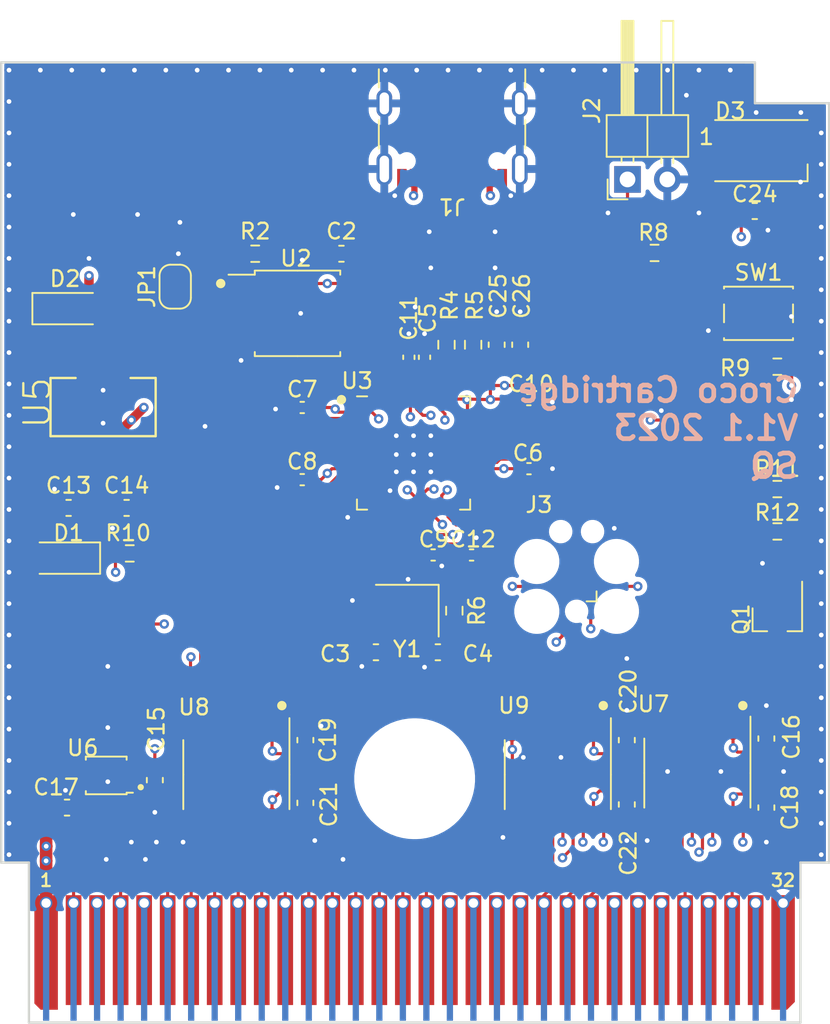
<source format=kicad_pcb>
(kicad_pcb (version 20221018) (generator pcbnew)
  (layers (0 "F.Cu" signal) (1 "In1.Cu" signal) (2 "In2.Cu" signal) (31 "B.Cu" signal) (34 "B.Paste" user) (35 "F.Paste" user) (36 "B.SilkS" user "B.Silkscreen") (37 "F.SilkS" user "F.Silkscreen") (38 "B.Mask" user) (39 "F.Mask" user) (44 "Edge.Cuts" user))
  (net 0 "")
  (net 1 "GND")
  (net 2 "+3V3")
  (net 3 "SWDIO")
  (net 4 "RST")
  (net 5 "SWCLK")
  (net 6 "Net-(Q1-G)")
  (net 7 "DEBUG_UART_TX")
  (net 8 "GB_RST")
  (net 9 "VCC")
  (net 10 "+5V")
  (net 11 "VBUS")
  (net 12 "QSPI_SS")
  (net 13 "QSPI_SD1")
  (net 14 "QSPI_SD2")
  (net 15 "QSPI_SD0")
  (net 16 "QSPI_SCLK")
  (net 17 "QSPI_SD3")
  (net 18 "DATA_BUS0")
  (net 19 "DATA_BUS1")
  (net 20 "DATA_BUS2")
  (net 21 "DATA_BUS3")
  (net 22 "DATA_BUS4")
  (net 23 "DATA_BUS5")
  (net 24 "DATA_BUS6")
  (net 25 "DATA_BUS7")
  (net 26 "GB_A0")
  (net 27 "GB_A1")
  (net 28 "GB_A2")
  (net 29 "GB_A3")
  (net 30 "GB_A4")
  (net 31 "GB_A5")
  (net 32 "GB_A6")
  (net 33 "GB_A7")
  (net 34 "GB_A8")
  (net 35 "GB_A9")
  (net 36 "GB_A10")
  (net 37 "GB_A11")
  (net 38 "GB_A12")
  (net 39 "GB_A13")
  (net 40 "GB_A14")
  (net 41 "GB_A15")
  (net 42 "GB_D0")
  (net 43 "GB_D1")
  (net 44 "GB_D2")
  (net 45 "GB_D3")
  (net 46 "GB_D4")
  (net 47 "GB_D5")
  (net 48 "GB_D6")
  (net 49 "GB_D7")
  (net 50 "ADDR_BUS8")
  (net 51 "ADDR_BUS9")
  (net 52 "ADDR_BUS10")
  (net 53 "ADDR_BUS11")
  (net 54 "ADDR_BUS12")
  (net 55 "ADDR_BUS13")
  (net 56 "ADDR_BUS14")
  (net 57 "ADDR_BUS7")
  (net 58 "ADDR_BUS0")
  (net 59 "ADDR_BUS1")
  (net 60 "ADDR_BUS2")
  (net 61 "ADDR_BUS3")
  (net 62 "ADDR_BUS4")
  (net 63 "ADDR_BUS5")
  (net 64 "ADDR_BUS6")
  (net 65 "+1V1")
  (net 66 "ADDR_BUS15")
  (net 67 "BUS_RST")
  (net 68 "BUS_CLK")
  (net 69 "BUS_RD")
  (net 70 "GB_CLK")
  (net 71 "GB_RD")
  (net 74 "USB_ID")
  (net 75 "Net-(U3-XIN)")
  (net 76 "Net-(C4-Pad2)")
  (net 79 "Net-(J2-Pin_1)")
  (net 81 "Net-(U3-USB_DP)")
  (net 82 "Net-(U3-USB_DM)")
  (net 83 "Net-(U3-XOUT)")
  (net 84 "POWER_GOOD")
  (net 89 "LED_DIN")
  (net 90 "USB_D-")
  (net 91 "USB_D+")
  (footprint "Connector_USB:USB_C_Receptacle_GCT_USB4105-xx-A_16P_TopMnt_Horizontal" (layer "F.Cu") (at 114.154526 59.395524 180)
    (fp_text reference "J1")
    (fp_text value "USB_C_Receptacle_USB2.0")
  )
  (footprint "Capacitor_SMD:C_0402_1005Metric_Pad0.74x0.62mm_HandSolder" (layer "F.Cu") (at 104.6 82.3)
    (fp_text reference "C8")
    (fp_text value "100nF")
  )
  (footprint "Capacitor_SMD:C_0603_1608Metric_Pad1.08x0.95mm_HandSolder" (layer "F.Cu") (at 134.2 98.8 -90)
    (fp_text reference "C16")
    (fp_text value "100nF")
  )
  (footprint "Resistor_SMD:R_0603_1608Metric_Pad0.98x0.95mm_HandSolder" (layer "F.Cu") (at 115.5 73.7 90)
    (fp_text reference "R5")
    (fp_text value "27R")
  )
  (footprint "Resistor_SMD:R_0603_1608Metric_Pad0.98x0.95mm_HandSolder" (layer "F.Cu") (at 114.3 90.65 -90)
    (fp_text reference "R6")
    (fp_text value "1k")
  )
  (footprint "Capacitor_SMD:C_0402_1005Metric_Pad0.74x0.62mm_HandSolder" (layer "F.Cu") (at 111.4 74.5 -90)
    (fp_text reference "C11")
    (fp_text value "100nF")
  )
  (footprint "Capacitor_SMD:C_0402_1005Metric_Pad0.74x0.62mm_HandSolder" (layer "F.Cu") (at 112.4 74.5 -90)
    (fp_text reference "C5")
    (fp_text value "100nF")
  )
  (footprint "Capacitor_SMD:C_0402_1005Metric_Pad0.74x0.62mm_HandSolder" (layer "F.Cu") (at 115.4 87.1 180)
    (fp_text reference "C12")
    (fp_text value "100nF")
  )
  (footprint "Misc:GameBoy_Cartridge_EdgeConnector" (layer "F.Cu") (at 111.791962 116.733715)
    (fp_text reference "U4" hide)
    (fp_text value "CartBus" hide)
  )
  (footprint "Capacitor_SMD:C_0402_1005Metric_Pad0.74x0.62mm_HandSolder" (layer "F.Cu") (at 119.06 81.6 180)
    (fp_text reference "C6")
    (fp_text value "100nF")
  )
  (footprint "Button_Switch_SMD:SW_SPST_PTS810" (layer "F.Cu") (at 133.7 71.7)
    (fp_text reference "SW1")
    (fp_text value "SW_Push")
  )
  (footprint "Resistor_SMD:R_0603_1608Metric_Pad0.98x0.95mm_HandSolder" (layer "F.Cu") (at 134.9 85.6 180)
    (fp_text reference "R12")
    (fp_text value "470k")
  )
  (footprint "SnapEDA:SOT230P700X180-6N" (layer "F.Cu") (at 91.9 77.6734 90)
    (fp_text reference "U5")
    (fp_text value "MCP1825T-3302E/DC")
  )
  (footprint "Capacitor_SMD:C_0603_1608Metric_Pad1.08x0.95mm_HandSolder" (layer "F.Cu") (at 109.3 93.3)
    (fp_text reference "C3")
    (fp_text value "15pF")
  )
  (footprint "Capacitor_SMD:C_0603_1608Metric_Pad1.08x0.95mm_HandSolder" (layer "F.Cu") (at 104.8 98.9 -90)
    (fp_text reference "C19")
    (fp_text value "100nF")
  )
  (footprint "Connector:Tag-Connect_TC2030-IDC-FP_2x03_P1.27mm_Vertical" (layer "F.Cu") (at 122.1 88.15 90)
    (fp_text reference "J3")
    (fp_text value "Conn_01x06")
  )
  (footprint "Capacitor_SMD:C_0603_1608Metric_Pad1.08x0.95mm_HandSolder" (layer "F.Cu") (at 113.25 93.3)
    (fp_text reference "C4")
    (fp_text value "15pF")
  )
  (footprint "Capacitor_SMD:C_0603_1608Metric_Pad1.08x0.95mm_HandSolder" (layer "F.Cu") (at 134.2 103.2 90)
    (fp_text reference "C18")
    (fp_text value "100nF")
  )
  (footprint "Capacitor_SMD:C_0603_1608Metric_Pad1.08x0.95mm_HandSolder" (layer "F.Cu") (at 95.2 101.45 90)
    (fp_text reference "C15")
    (fp_text value "100nF")
  )
  (footprint "Capacitor_SMD:C_0603_1608Metric_Pad1.08x0.95mm_HandSolder" (layer "F.Cu") (at 104.8 102.9 90)
    (fp_text reference "C21")
    (fp_text value "100nF")
  )
  (footprint "" (layer "F.Cu") (at 111.77 101.359673)
    (fp_text reference "" hide)
    (fp_text value "" hide)
  )
  (footprint "Package_DFN_QFN:QFN-56-1EP_7x7mm_P0.4mm_EP3.2x3.2mm" (layer "F.Cu") (at 111.7 80.6)
    (fp_text reference "U3")
    (fp_text value "RP2040")
  )
  (footprint "Capacitor_SMD:C_0402_1005Metric_Pad0.74x0.62mm_HandSolder" (layer "F.Cu") (at 104.6 77.7)
    (fp_text reference "C7")
    (fp_text value "100nF")
  )
  (footprint "Connector_PinHeader_2.54mm:PinHeader_1x02_P2.54mm_Horizontal" (layer "F.Cu") (at 125.345 63.165 90)
    (fp_text reference "J2")
    (fp_text value "DBG_UART")
  )
  (footprint "Crystal:Crystal_SMD_TXC_7M-4Pin_3.2x2.5mm" (layer "F.Cu") (at 111.3 90.65 180)
    (fp_text reference "Y1")
    (fp_text value "12MHz")
  )
  (footprint "Capacitor_SMD:C_0603_1608Metric_Pad1.08x0.95mm_HandSolder" (layer "F.Cu") (at 89.6 103.2 180)
    (fp_text reference "C17")
    (fp_text value "100nF")
  )
  (footprint "Capacitor_SMD:C_0402_1005Metric_Pad0.74x0.62mm_HandSolder" (layer "F.Cu") (at 112.95 87.1 180)
    (fp_text reference "C9")
    (fp_text value "100nF")
  )
  (footprint "Resistor_SMD:R_0603_1608Metric_Pad0.98x0.95mm_HandSolder" (layer "F.Cu") (at 134.9 82.9 180)
    (fp_text reference "R11")
    (fp_text value "1k")
  )
  (footprint "Resistor_SMD:R_0603_1608Metric_Pad0.98x0.95mm_HandSolder" (layer "F.Cu") (at 127.07 67.85 180)
    (fp_text reference "R8")
    (fp_text value "10R")
  )
  (footprint "LED_SMD:LED_SK6812MINI_PLCC4_3.5x3.5mm_P1.75mm" (layer "F.Cu") (at 133.88 61.33)
    (fp_text reference "D3")
    (fp_text value "WS2812B")
  )
  (footprint "Capacitor_SMD:C_0603_1608Metric_Pad1.08x0.95mm_HandSolder" (layer "F.Cu") (at 125.3 103 90)
    (fp_text reference "C22")
    (fp_text value "100nF")
  )
  (footprint "Capacitor_SMD:C_0402_1005Metric_Pad0.74x0.62mm_HandSolder" (layer "F.Cu") (at 119.05 77.2 180)
    (fp_text reference "C10")
    (fp_text value "100nF")
  )
  (footprint "Package_SO:TSSOP-20_4.4x6.5mm_P0.65mm" (layer "F.Cu") (at 120.9 101.1 -90)
    (fp_text reference "U9")
    (fp_text value "TXB0108PW")
  )
  (footprint "Jumper:SolderJumper-2_P1.3mm_Open_RoundedPad1.0x1.5mm" (layer "F.Cu") (at 96.5 70 90)
    (fp_text reference "JP1")
    (fp_text value "USB_BOOT_SEL")
  )
  (footprint "Resistor_SMD:R_0603_1608Metric_Pad0.98x0.95mm_HandSolder" (layer "F.Cu") (at 93.6 87 180)
    (fp_text reference "R10")
    (fp_text value "470k")
  )
  (footprint "Capacitor_SMD:C_0603_1608Metric_Pad1.08x0.95mm_HandSolder" (layer "F.Cu") (at 133.46 65.18 180)
    (fp_text reference "C24")
    (fp_text value "100nF")
  )
  (footprint "Resistor_SMD:R_0603_1608Metric_Pad0.98x0.95mm_HandSolder" (layer "F.Cu") (at 113.8 73.7 90)
    (fp_text reference "R4")
    (fp_text value "27R")
  )
  (footprint "Capacitor_SMD:C_0603_1608Metric_Pad1.08x0.95mm_HandSolder" (layer "F.Cu") (at 107.1 67.9)
    (fp_text reference "C2")
    (fp_text value "100nF")
  )
  (footprint "Capacitor_SMD:C_0603_1608Metric_Pad1.08x0.95mm_HandSolder" (layer "F.Cu") (at 93.4 84.1)
    (fp_text reference "C14")
    (fp_text value "10uF")
  )
  (footprint "Capacitor_SMD:C_0603_1608Metric_Pad1.08x0.95mm_HandSolder" (layer "F.Cu") (at 125.3 98.9 -90)
    (fp_text reference "C20")
    (fp_text value "100nF")
  )
  (footprint "Package_SO:SOIC-8_5.23x5.23mm_P1.27mm" (layer "F.Cu") (at 104.3 71.7)
    (fp_text reference "U2")
    (fp_text value "W25Q128JVS")
  )
  (footprint "Resistor_SMD:R_0603_1608Metric_Pad0.98x0.95mm_HandSolder" (layer "F.Cu") (at 134.9 75.1)
    (fp_text reference "R9")
    (fp_text value "10k")
  )
  (footprint "Package_SO:TSSOP-20_4.4x6.5mm_P0.65mm" (layer "F.Cu") (at 100.4 101.1 -90)
    (fp_text reference "U8")
    (fp_text value "TXB0108PW")
  )
  (footprint "Package_SO:TSSOP-20_4.4x6.5mm_P0.65mm" (layer "F.Cu") (at 129.8 101 -90)
    (fp_text reference "U7")
    (fp_text value "TXB0108PW")
  )
  (footprint "Diode_SMD:D_SOD-123F" (layer "F.Cu") (at 89.6 71.4)
    (fp_text reference "D2")
    (fp_text value "D_Schottky")
  )
  (footprint "Capacitor_SMD:C_0603_1608Metric_Pad1.08x0.95mm_HandSolder" (layer "F.Cu") (at 89.7 84.1)
    (fp_text reference "C13")
    (fp_text value "4.7uF")
  )
  (footprint "Package_TO_SOT_SMD:SOT-23_Handsoldering" (layer "F.Cu") (at 134.9 91.2 -90)
    (fp_text reference "Q1")
    (fp_text value "CJ2302")
  )
  (footprint "Diode_SMD:D_SOD-123F" (layer "F.Cu") (at 89.5 87.3 180)
    (fp_text reference "D1")
    (fp_text value "D_Schottky")
  )
  (footprint "Resistor_SMD:R_0603_1608Metric_Pad0.98x0.95mm_HandSolder" (layer "F.Cu") (at 101.6 67.9)
    (fp_text reference "R2")
    (fp_text value "10k")
  )
  (footprint "Package_SO:VSSOP-8_2.4x2.1mm_P0.5mm" (layer "F.Cu") (at 92.1 101.15 180)
    (fp_text reference "U6")
    (fp_text value "TXB0102DCU")
  )
  (footprint "Capacitor_SMD:C_0603_1608Metric_Pad1.08x0.95mm_HandSolder" (layer "F.Cu") (at 118.5 73.7 -90)
    (fp_text reference "C26")
    (fp_text value "2.2uF")
  )
  (footprint "Capacitor_SMD:C_0603_1608Metric_Pad1.08x0.95mm_HandSolder" (layer "F.Cu") (at 117 73.7 -90)
    (fp_text reference "C25")
    (fp_text value "2.2uF")
  )
  (gr_circle (center 123.8 96.7) (end 124 96.7) (stroke (width 0.2)) (fill solid) (layer "F.SilkS"))
  (gr_circle (center 94.3 101.9) (end 94.4 101.9) (stroke (width 0.2)) (fill solid) (layer "F.SilkS"))
  (gr_circle (center 107.1 77.2) (end 107.3 77.2) (stroke (width 0.2)) (fill solid) (layer "F.SilkS"))
  (gr_circle (center 103.3 96.7) (end 103.5 96.7) (stroke (width 0.2)) (fill solid) (layer "F.SilkS"))
  (gr_circle (center 132.7 96.7) (end 132.9 96.7) (stroke (width 0.2)) (fill solid) (layer "F.SilkS"))
  (gr_circle (center 99.4 69.8) (end 99.6 69.8) (stroke (width 0.2)) (fill solid) (layer "F.SilkS"))
  (gr_line (start 136.37 106.7) (end 138.2 106.7) (stroke (width 0.15)) (layer "Edge.Cuts"))
  (gr_line (start 85.4 106.7) (end 85.4 55.709673) (stroke (width 0.15)) (layer "Edge.Cuts"))
  (gr_line (start 87.17 106.7) (end 85.4 106.7) (stroke (width 0.15)) (layer "Edge.Cuts"))
  (gr_line (start 85.4 55.709673) (end 133.47 55.709673) (stroke (width 0.15)) (layer "Edge.Cuts"))
  (gr_line (start 138.2 106.7) (end 138.2 58.309673) (stroke (width 0.15)) (layer "Edge.Cuts"))
  (gr_line (start 136.37 116.9) (end 136.37 106.7) (stroke (width 0.15)) (layer "Edge.Cuts"))
  (gr_line (start 87.17 116.9) (end 136.37 116.9) (stroke (width 0.15)) (layer "Edge.Cuts"))
  (gr_line (start 87.17 116.9) (end 87.17 106.7) (stroke (width 0.15)) (layer "Edge.Cuts"))
  (gr_line (start 138.2 58.309673) (end 133.47 58.309673) (stroke (width 0.15)) (layer "Edge.Cuts"))
  (gr_line (start 133.47 55.709673) (end 133.47 58.309673) (stroke (width 0.15)) (layer "Edge.Cuts"))
  (gr_text "Croco Cartridge\nV1.1 2023\nSQ" (at 136.4 82.3) (layer "B.SilkS") (effects (font (size 1.5 1.5) (thickness 0.3) bold) (justify left bottom mirror)))
  (segment (start 110.55 88.65) (end 111.35 88.65) (width 0.2) (layer "F.Cu") (net 1))
  (segment (start 126.875 105.025) (end 126.6 105.3) (width 0.2) (layer "F.Cu") (net 1))
  (segment (start 133.95 87.633592) (end 133.953022 87.63057) (width 0.2) (layer "F.Cu") (net 1))
  (segment (start 106.2375 67.9) (end 105 67.9) (width 0.2) (layer "F.Cu") (net 1))
  (segment (start 135.63 62.58) (end 136.38 63.33) (width 0.2) (layer "F.Cu") (net 1))
  (segment (start 123.041435 86.88) (end 124.5 85.421435) (width 0.2) (layer "F.Cu") (net 1))
  (segment (start 119.6175 77.36) (end 120.55 77.36) (width 0.2) (layer "F.Cu") (net 1))
  (segment (start 104.8 103.7625) (end 104.8 104.7) (width 0.2) (layer "F.Cu") (net 1))
  (segment (start 134.2 97.9375) (end 134.2 96.7) (width 0.2) (layer "F.Cu") (net 1))
  (segment (start 117.354526 63.654526) (end 117.9 64.2) (width 0.4) (layer "F.Cu") (net 1))
  (segment (start 115.9675 87.1) (end 115.9675 86.2675) (width 0.2) (layer "F.Cu") (net 1))
  (segment (start 90.4625 103.0625) (end 89.5 102.1) (width 0.2) (layer "F.Cu") (net 1))
  (segment (start 110.954526 63.745474) (end 110.5 64.2) (width 0.4) (layer "F.Cu") (net 1))
  (segment (start 108.4375 94.1625) (end 108.4 94.2) (width 0.2) (layer "F.Cu") (net 1))
  (segment (start 125.3 103.8625) (end 125.3 105.3) (width 0.2) (layer "F.Cu") (net 1))
  (segment (start 133.95 87.627548) (end 133.95 85.6375) (width 0.2) (layer "F.Cu") (net 1))
  (segment (start 118.5 72.8375) (end 118.5 71.6) (width 0.2) (layer "F.Cu") (net 1))
  (segment (start 110.7 83.5) (end 110.2 83) (width 0.2) (layer "F.Cu") (net 1))
  (segment (start 117 72.8375) (end 117 71.6) (width 0.2) (layer "F.Cu") (net 1))
  (segment (start 112.4 93.2875) (end 112.3875 93.3) (width 0.2) (layer "F.Cu") (net 1))
  (segment (start 90.4625 103.2) (end 90.4625 103.0625) (width 0.2) (layer "F.Cu") (net 1))
  (segment (start 103.5 82.3) (end 103 82.8) (width 0.2) (layer "F.Cu") (net 1))
  (segment (start 126.875 103.8625) (end 126.875 105.025) (width 0.2) (layer "F.Cu") (net 1))
  (segment (start 130.525 72.775) (end 130.5 72.8) (width 0.2) (layer "F.Cu") (net 1))
  (segment (start 135.775 71.925) (end 135.8 71.9) (width 0.2) (layer "F.Cu") (net 1))
  (segment (start 92.5375 84.1) (end 92.5375 83.2375) (width 0.6) (layer "F.Cu") (net 1))
  (segment (start 104.8 98.0375) (end 105.7625 98.0375) (width 0.2) (layer "F.Cu") (net 1))
  (segment (start 122.735 86.88) (end 123.041435 86.88) (width 0.2) (layer "F.Cu") (net 1))
  (segment (start 135.775 72.775) (end 135.775 71.925) (width 0.2) (layer "F.Cu") (net 1))
  (segment (start 96.5 69.35) (end 96.5 68.1) (width 0.2) (layer "F.Cu") (net 1))
  (segment (start 92.35 101.4) (end 92.2 101.55) (width 0.2) (layer "F.Cu") (net 1))
  (segment (start 135.63 62.205) (end 135.63 62.58) (width 0.2) (layer "F.Cu") (net 1))
  (segment (start 115.9675 86.2675) (end 115.7 86) (width 0.2) (layer "F.Cu") (net 1))
  (segment (start 100.7 73.605) (end 100.7 74.5) (width 0.2) (layer "F.Cu") (net 1))
  (segment (start 110.2 89) (end 110.55 88.65) (width 0.2) (layer "F.Cu") (net 1))
  (segment (start 104.0325 77.8) (end 102.9 77.8) (width 0.2) (layer "F.Cu") (net 1))
  (segment (start 133.953022 87.63057) (end 133.95 87.627548) (width 0.2) (layer "F.Cu") (net 1))
  (segment (start 93.65 101.4) (end 92.35 101.4) (width 0.2) (layer "F.Cu") (net 1))
  (segment (start 111.4 73.9325) (end 111.4 73) (width 0.2) (layer "F.Cu") (net 1))
  (segment (start 124.5 85.421435) (end 124.5 85.4) (width 0.2) (layer "F.Cu") (net 1))
  (segment (start 91.9 82.6) (end 91.9 80.8738) (width 0.6) (layer "F.Cu") (net 1))
  (segment (start 112.4 73.9325) (end 112.4 73) (width 0.2) (layer "F.Cu") (net 1))
  (segment (start 113.5175 87.7825) (end 113.5 87.8) (width 0.2) (layer "F.Cu") (net 1))
  (segment (start 134.3225 66.3775) (end 134.3 66.4) (width 0.2) (layer "F.Cu") (net 1))
  (segment (start 88.8375 82.9375) (end 88.8 82.9) (width 0.4) (layer "F.Cu") (net 1))
  (segment (start 112.3875 93.3) (end 112.3875 94.2375) (width 0.2) (layer "F.Cu") (net 1))
  (segment (start 117.975 104.525) (end 117.4 105.1) (width 0.2) (layer "F.Cu") (net 1))
  (segment (start 92.5375 85.3625) (end 92.5 85.4) (width 0.6) (layer "F.Cu") (net 1))
  (segment (start 105.7625 98.0375) (end 105.8 98) (width 0.2) (layer "F.Cu") (net 1))
  (segment (start 117.975 103.9625) (end 117.975 104.525) (width 0.2) (layer "F.Cu") (net 1))
  (segment (start 133.95 89.7) (end 133.95 87.633592) (width 0.2) (layer "F.Cu") (net 1))
  (segment (start 134.2 104.0625) (end 134.2 105.4) (width 0.2) (layer "F.Cu") (net 1))
  (segment (start 97.475 104.925) (end 97 105.4) (width 0.2) (layer "F.Cu") (net 1))
  (segment (start 95.2 102.3125) (end 95.2 103.5) (width 0.2) (layer "F.Cu") (net 1))
  (segment (start 119.6275 81.6) (end 120.56 81.6) (width 0.2) (layer "F.Cu") (net 1))
  (segment (start 97.475 103.9625) (end 97.475 104.925) (width 0.2) (layer "F.Cu") (net 1))
  (segment (start 108.4375 93.3) (end 108.4375 94.1625) (width 0.2) (layer "F.Cu") (net 1))
  (segment (start 92.5375 84.1) (end 92.5375 85.3625) (width 0.6) (layer "F.Cu") (net 1))
  (segment (start 91.9 76.6) (end 91.9 80.8738) (width 0.6) (layer "F.Cu") (net 1))
  (segment (start 110.2 89.8) (end 110.2 89) (width 0.2) (layer "F.Cu") (net 1))
  (segment (start 105 67.9) (end 104.6 68.3) (width 0.2) (layer "F.Cu") (net 1))
  (segment (start 112.3875 94.2375) (end 112.4 94.25) (width 0.2) (layer "F.Cu") (net 1))
  (segment (start 125.3 98.0375) (end 125.3 97) (width 0.2) (layer "F.Cu") (net 1))
  (segment (start 110.954526 63.075524) (end 110.954526 63.745474) (width 0.4) (layer "F.Cu") (net 1))
  (segment (start 88.8375 84.1) (end 88.8375 82.9375) (width 0.4) (layer "F.Cu") (net 1))
  (segment (start 117.354526 63.075524) (end 117.354526 63.654526) (width 0.4) (layer "F.Cu") (net 1))
  (segment (start 100.7 74.5) (end 100.7 74.7) (width 0.2) (layer "F.Cu") (net 1))
  (segment (start 131.625 72.775) (end 130.525 72.775) (width 0.2) (layer "F.Cu") (net 1))
  (segment (start 92.5375 83.2375) (end 91.9 82.6) (width 0.6) (layer "F.Cu") (net 1))
  (segment (start 104.8 104.7) (end 105.4 105.3) (width 0.2) (layer "F.Cu") (net 1))
  (segment (start 91.9 74.6) (end 91.9 76.6) (width 0.6) (layer "F.Cu") (net 1))
  (segment (start 134.3225 65.18) (end 134.3225 66.3775) (width 0.2) (layer "F.Cu") (net 1))
  (segment (start 113.5175 87.1) (end 113.5175 87.7825) (width 0.2) (layer "F.Cu") (net 1))
  (segment (start 112.4 91.5) (end 112.4 93.2875) (width 0.2) (layer "F.Cu") (net 1))
  (segment (start 110.7 84.0375) (end 110.7 83.5) (width 0.2) (layer "F.Cu") (net 1))
  (segment (start 104.0325 82.3) (end 103.5 82.3) (width 0.2) (layer "F.Cu") (net 1))
  (segment (start 96.5 68.1) (end 96.7 67.9) (width 0.2) (layer "F.Cu") (net 1))
  (via (at 124.5 85.4) (size 0.6) (drill 0.3) (layers "F.Cu" "B.Cu") (net 1))
  (via (at 124.1 65.3) (size 0.6) (drill 0.3) (layers "F.Cu" "B.Cu") (net 1))
  (via (at 137.7 104.2) (size 0.6) (drill 0.3) (layers "F.Cu" "B.Cu") (net 1))
  (via (at 112.8 79.5) (size 0.6) (drill 0.3) (layers "F.Cu" "B.Cu") (net 1))
  (via (at 85.9 76.2) (size 0.6) (drill 0.3) (layers "F.Cu" "B.Cu") (net 1))
  (via (at 127.9 56.2) (size 0.6) (drill 0.3) (layers "F.Cu" "B.Cu") (net 1))
  (via (at 105.4 105.3) (size 0.6) (drill 0.3) (layers "F.Cu" "B.Cu") (net 1))
  (via (at 85.9 94.2) (size 0.6) (drill 0.3) (layers "F.Cu" "B.Cu") (net 1))
  (via (at 85.9 100.2) (size 0.6) (drill 0.3) (layers "F.Cu" "B.Cu") (net 1))
  (via (at 137.7 106.2) (size 0.6) (drill 0.3) (layers "F.Cu" "B.Cu") (net 1))
  (via (at 133.953022 87.63057) (size 0.6) (drill 0.3) (layers "F.Cu" "B.Cu") (net 1))
  (via (at 85.9 92.2) (size 0.6) (drill 0.3) (layers "F.Cu" "B.Cu") (net 1))
  (via (at 118.5 71.6) (size 0.6) (drill 0.3) (layers "F.Cu" "B.Cu") (net 1))
  (via (at 121.9 56.2) (size 0.6) (drill 0.3) (layers "F.Cu" "B.Cu") (net 1))
  (via (at 110.2 83) (size 0.6) (drill 0.3) (layers "F.Cu" "B.Cu") (net 1))
  (via (at 107.5 84.7) (size 0.6) (drill 0.3) (layers "F.Cu" "B.Cu") (net 1))
  (via (at 98.4 78.9) (size 0.6) (drill 0.3) (layers "F.Cu" "B.Cu") (net 1))
  (via (at 85.9 62.2) (size 0.6) (drill 0.3) (layers "F.Cu" "B.Cu") (net 1))
  (via (at 116.9 66.5) (size 0.6) (drill 0.3) (layers "F.Cu" "B.Cu") (net 1))
  (via (at 85.9 102.2) (size 0.6) (drill 0.3) (layers "F.Cu" "B.Cu") (net 1))
  (via (at 85.9 78.2) (size 0.6) (drill 0.3) (layers "F.Cu" "B.Cu") (net 1))
  (via (at 96.8 65.9) (size 0.6) (drill 0.3) (layers "F.Cu" "B.Cu") (net 1))
  (via (at 85.9 66.2) (size 0.6) (drill 0.3) (layers "F.Cu" "B.Cu") (net 1))
  (via (at 85.9 68.2) (size 0.6) (drill 0.3) (layers "F.Cu" "B.Cu") (net 1))
  (via (at 91.9 56.2) (size 0.6) (drill 0.3) (layers "F.Cu" "B.Cu") (net 1))
  (via (at 85.9 64.2) (size 0.6) (drill 0.3) (layers "F.Cu" "B.Cu") (net 1))
  (via (at 134.2 96.7) (size 0.6) (drill 0.3) (layers "F.Cu" "B.Cu") (net 1))
  (via (at 137.7 70.2) (size 0.6) (drill 0.3) (layers "F.Cu" "B.Cu") (net 1))
  (via (at 134.2 105.4) (size 0.6) (drill 0.3) (layers "F.Cu" "B.Cu") (net 1))
  (via (at 125.9 56.2) (size 0.6) (drill 0.3) (layers "F.Cu" "B.Cu") (net 1))
  (via (at 137.7 86.2) (size 0.6) (drill 0.3) (layers "F.Cu" "B.Cu") (net 1))
  (via (at 117.4 105.1) (size 0.6) (drill 0.3) (layers "F.Cu" "B.Cu") (net 1))
  (via (at 96.7 67.9) (size 0.6) (drill 0.3) (layers "F.Cu" "B.Cu") (net 1))
  (via (at 105.8 98) (size 0.6) (drill 0.3) (layers "F.Cu" "B.Cu") (net 1))
  (via (at 111.8 71.3) (size 0.6) (drill 0.3) (layers "F.Cu" "B.Cu") (net 1))
  (via (at 120.55 77.36) (size 0.6) (drill 0.3) (layers "F.Cu" "B.Cu") (net 1))
  (via (at 111.7 80.7) (size 0.6) (drill 0.3) (layers "F.Cu" "B.Cu") (net 1))
  (via (at 119.9 56.2) (size 0.6) (drill 0.3) (layers "F.Cu" "B.Cu") (net 1))
  (via (at 113.5 87.8) (size 0.6) (drill 0.3) (layers "F.Cu" "B.Cu") (net 1))
  (via (at 126.6 105.3) (size 0.6) (drill 0.3) (layers "F.Cu" "B.Cu") (net 1))
  (via (at 137.7 84.2) (size 0.6) (drill 0.3) (layers "F.Cu" "B.Cu") (net 1))
  (via (at 137.7 60.2) (size 0.6) (drill 0.3) (layers "F.Cu" "B.Cu") (net 1))
  (via (at 92.1 106.5) (size 0.6) (drill 0.3) (layers "F.Cu" "B.Cu") (net 1))
  (via (at 107.8 90) (size 0.6) (drill 0.3) (layers "F.Cu" "B.Cu") (net 1))
  (via (at 137.7 72.2) (size 0.6) (drill 0.3) (layers "F.Cu" "B.Cu") (net 1))
  (via (at 125.3 105.3) (size 0.6) (drill 0.3) (layers "F.Cu" "B.Cu") (net 1))
  (via (at 137.7 76.2) (size 0.6) (drill 0.3) (layers "F.Cu" "B.Cu") (net 1))
  (via (at 127.9 100.9) (size 0.6) (drill 0.3) (layers "F.Cu" "B.Cu") (net 1))
  (via (at 90 65.4) (size 0.6) (drill 0.3) (layers "F.Cu" "B.Cu") (net 1))
  (via (at 137.7 68.2) (size 0.6) (drill 0.3) (layers "F.Cu" "B.Cu") (net 1))
  (via (at 85.9 56.2) (size 0.6) (drill 0.3) (layers "F.Cu" "B.Cu") (net 1))
  (via (at 94.6 106.5) (size 0.6) (drill 0.3) (layers "F.Cu" "B.Cu") (net 1))
  (via (at 85.9 70.2) (size 0.6) (drill 0.3) (layers "F.Cu" "B.Cu") (net 1))
  (via (at 137.7 100.2) (size 0.6) (drill 0.3) (layers "F.Cu" "B.Cu") (net 1))
  (via (at 112.4 73) (size 0.6) (drill 0.3) (layers "F.Cu" "B.Cu") (net 1))
  (via (at 137.7 98.2) (size 0.6) (drill 0.3) (layers "F.Cu" "B.Cu") (net 1))
  (via (at 111.9 56.2) (size 0.6) (drill 0.3) (layers "F.Cu" "B.Cu") (net 1))
  (via (at 109.9 56.2) (size 0.6) (drill 0.3) (layers "F.Cu" "B.Cu") (net 1))
  (via (at 91.9 76.6) (size 0.6) (drill 0.3) (layers "F.Cu" "B.Cu") (net 1))
  (via (at 137.7 94.2) (size 0.6) (drill 0.3) (layers "F.Cu" "B.Cu") (net 1))
  (via (at 111.4 73) (size 0.6) (drill 0.3) (layers "F.Cu" "B.Cu") (net 1))
  (via (at 85.9 90.2) (size 0.6) (drill 0.3) (layers "F.Cu" "B.Cu") (net 1))
  (via (at 89.9 56.2) (size 0.6) (drill 0.3) (layers "F.Cu" "B.Cu") (net 1))
  (via (at 118.7 100) (size 0.6) (drill 0.3) (layers "F.Cu" "B.Cu") (net 1))
  (via (at 112.8 68.8) (size 0.6) (drill 0.3) (layers "F.Cu" "B.Cu") (net 1))
  (via (at 129.9 65.3) (size 0.6) (drill 0.3) (layers "F.Cu" "B.Cu") (net 1))
  (via (at 103 82.8) (size 0.6) (drill 0.3) (layers "F.Cu" "B.Cu") (net 1))
  (via (at 92.2 101.55) (size 0.6) (drill 0.3) (layers "F.Cu" "B.Cu") (net 1))
  (via (at 115.9 56.2) (size 0.6) (drill 0.3) (layers "F.Cu" "B.Cu") (net 1))
  (via (at 85.9 74.2) (size 0.6) (drill 0.3) (layers "F.Cu" "B.Cu") (net 1))
  (via (at 137.7 78.2) (size 0.6) (drill 0.3) (layers "F.Cu" "B.Cu") (net 1))
  (via (at 120.56 81.6) (size 0.6) (drill 0.3) (layers "F.Cu" "B.Cu") (net 1))
  (via (at 85.9 104.2) (size 0.6) (drill 0.3) (layers "F.Cu" "B.Cu") (net 1))
  (via (at 113.9 56.2) (size 0.6) (drill 0.3) (layers "F.Cu" "B.Cu") (net 1))
  (via (at 104.6 68.3) (size 0.6) (drill 0.3) (layers "F.Cu" "B.Cu") (net 1))
  (via (at 111.35 88.65) (size 0.6) (drill 0.3) (layers "F.Cu" "B.Cu") (net 1))
  (via (at 115.7 86) (size 0.6) (drill 0.3) (layers "F.Cu" "B.Cu") (net 1))
  (via (at 137.7 66.2) (size 0.6) (drill 0.3) (layers "F.Cu" "B.Cu") (net 1))
  (via (at 105.9 56.2) (size 0.6) (drill 0.3) (layers "F.Cu" "B.Cu") (net 1))
  (via (at 85.9 86.2) (size 0.6) (drill 0.3) (layers "F.Cu" "B.Cu") (net 1))
  (via (at 107.9 56.2) (size 0.6) (drill 0.3) (layers "F.Cu" "B.Cu") (net 1))
  (via (at 137.7 88.2) (size 0.6) (drill 0.3) (layers "F.Cu" "B.Cu") (net 1))
  (via (at 111.7 79.5) (size 0.6) (drill 0.3) (layers "F.Cu" "B.Cu") (net 1))
  (via (at 137.7 74.2) (size 0.6) (drill 0.3) (layers "F.Cu" "B.Cu") (net 1))
  (via (at 112.7 66.5) (size 0.6) (drill 0.3) (layers "F.Cu" "B.Cu") (net 1))
  (via (at 101.9 56.2) (size 0.6) (drill 0.3) (layers "F.Cu" "B.Cu") (net 1))
  (via (at 95.2 103.5) (size 0.6) (drill 0.3) (layers "F.Cu" "B.Cu") (net 1))
  (via (at 129.9 56.2) (size 0.6) (drill 0.3) (layers "F.Cu" "B.Cu") (net 1))
  (via (at 92.2 94.2) (size 0.6) (drill 0.3) (layers "F.Cu" "B.Cu") (net 1))
  (via (at 137.7 90.2) (size 0.6) (drill 0.3) (layers "F.Cu" "B.Cu") (net 1))
  (via (at 112.4 94.25) (size 0.6) (drill 0.3) (layers "F.Cu" "B.Cu") (net 1))
  (via (at 110.5 64.2) (size 0.6) (drill 0.3) (layers "F.Cu" "B.Cu") (net 1))
  (via (at 117.9 56.2) (size 0.6) (drill 0.3) (layers "F.Cu" "B.Cu") (net 1))
  (via (at 112.8 81.8) (size 0.6) (drill 0.3) (layers "F.Cu" "B.Cu") (net 1))
  (via (at 85.9 60.2) (size 0.6) (drill 0.3) (layers "F.Cu" "B.Cu") (net 1))
  (via (at 137.7 82.2) (size 0.6) (drill 0.3) (layers "F.Cu" "B.Cu") (net 1))
  (via (at 121.1 100) (size 0.6) (drill 0.3) (layers "F.Cu" "B.Cu") (net 1))
  (via (at 91 68.2) (size 0.6) (drill 0.3) (layers "F.Cu" "B.Cu") (net 1))
  (via (at 107.2 106.5) (size 0.6) (drill 0.3) (layers "F.Cu" "B.Cu") (net 1))
  (via (at 136.38 63.33) (size 0.6) (drill 0.3) (layers "F.Cu" "B.Cu") (net 1))
  (via (at 85.9 82.2) (size 0.6) (drill 0.3) (layers "F.Cu" "B.Cu") (net 1))
  (via (at 89.5 102.1) (size 0.6) (drill 0.3) (layers "F.Cu" "B.Cu") (net 1))
  (via (at 99.9 56.2) (size 0.6) (drill 0.3) (layers "F.Cu" "B.Cu") (net 1))
  (via (at 117.9 64.2) (size 0.6) (drill 0.3) (layers "F.Cu" "B.Cu") (net 1))
  (via (at 91.9 78.7) (size 0.6) (drill 0.3) (layers "F.Cu" "B.Cu") (net 1))
  (via (at 136.4 58.9) (size 0.6) (drill 0.3) (layers "F.Cu" "B.Cu") (net 1))
  (via (at 85.9 96.2) (size 0.6) (drill 0.3) (layers "F.Cu" "B.Cu") (net 1))
  (via (at 97.9 56.2) (size 0.6) (drill 0.3) (layers "F.Cu" "B.Cu") (net 1))
  (via (at 92.2 98.1) (size 0.6) (drill 0.3) (layers "F.Cu" "B.Cu") (net 1))
  (via (at 85.9 80.2) (size 0.6) (drill 0.3) (layers "F.Cu" "B.Cu") (net 1))
  (via (at 116.9 68.8) (size 0.6) (drill 0.3) (layers "F.Cu" "B.Cu") (net 1))
  (via (at 95.3 105.4) (size 0.6) (drill 0.3) (layers "F.Cu" "B.Cu") (net 1))
  (via (at 85.9 98.2) (size 0.6) (drill 0.3) (layers "F.Cu" "B.Cu") (net 1))
  (via (at 103.9 56.2) (size 0.6) (drill 0.3) (layers "F.Cu" "B.Cu") (net 1))
  (via (at 137.7 96.2) (size 0.6) (drill 0.3) (layers "F.Cu" "B.Cu") (net 1))
  (via (at 137.7 62.2) (size 0.6) (drill 0.3) (layers "F.Cu" "B.Cu") (net 1))
  (via (at 111.7 81.8) (size 0.6) (drill 0.3) (layers "F.Cu" "B.Cu") (net 1))
  (via (at 92.5 85.4) (size 0.6) (drill 0.3) (layers "F.Cu" "B.Cu") (net 1))
  (via (at 93.7 105.4) (size 0.6) (drill 0.3) (layers "F.Cu" "B.Cu") (net 1))
  (via (at 85.9 106.2) (size 0.6) (drill 0.3) (layers "F.Cu" "B.Cu") (net 1))
  (via (at 100.7 74.7) (size 0.6) (drill 0.3) (layers "F.Cu" "B.Cu") (net 1))
  (via (at 108.4 94.2) (size 0.6) (drill 0.3) (layers "F.Cu" "B.Cu") (net 1))
  (via (at 123.9 56.2) (size 0.6) (drill 0.3) (layers "F.Cu" "B.Cu") (net 1))
  (via (at 110.6 81.8) (size 0.6) (drill 0.3) (layers "F.Cu" "B.Cu") (net 1))
  (via (at 110.6 79.5) (size 0.6) (drill 0.3) (layers "F.Cu" "B.Cu") (net 1))
  (via (at 97 105.4) (size 0.6) (drill 0.3) (layers "F.Cu" "B.Cu") (net 1))
  (via (at 135.8 77.2) (size 0.6) (drill 0.3) (layers "F.Cu" "B.Cu") (net 1))
  (via (at 85.9 58.2) (size 0.6) (drill 0.3) (layers "F.Cu" "B.Cu") (net 1))
  (via (at 93.9 56.2) (size 0.6) (drill 0.3) (layers "F.Cu" "B.Cu") (net 1))
  (via (at 134.3 66.4) (size 0.6) (drill 0.3) (layers "F.Cu" "B.Cu") (net 1))
  (via (at 95.9 56.2) (size 0.6) (drill 0.3) (layers "F.Cu" "B.Cu") (net 1))
  (via (at 135.3 100.9) (size 0.6) (drill 0.3) (layers "F.Cu" "B.Cu") (net 1))
  (via (at 85.9 84.2) (size 0.6) (drill 0.3) (layers "F.Cu" "B.Cu") (net 1))
  (via (at 131.9 56.2) (size 0.6) (drill 0.3) (layers "F.Cu" "B.Cu") (net 1))
  (via (at 137.7 80.2) (size 0.6) (drill 0.3) (layers "F.Cu" "B.Cu") (net 1))
  (via (at 133.55 58.9) (size 0.6) (drill 0.3) (layers "F.Cu" "B.Cu") (net 1))
  (via (at 135.8 71.9) (size 0.6) (drill 0.3) (layers "F.Cu" "B.Cu") (net 1))
  (via (at 85.9 72.2) (size 0.6) (drill 0.3) (layers "F.Cu" "B.Cu") (net 1))
  (via (at 137.7 92.2) (size 0.6) (drill 0.3) (layers "F.Cu" "B.Cu") (net 1))
  (via (at 88.8 82.9) (size 0.6) (drill 0.3) (layers "F.Cu" "B.Cu") (net 1))
  (via (at 110.6 80.7) (size 0.6) (drill 0.3) (layers "F.Cu" "B.Cu") (net 1))
  (via (at 131.3 100.9) (size 0.6) (drill 0.3) (layers "F.Cu" "B.Cu") (net 1))
  (via (at 129.1 57.8) (size 0.6) (drill 0.3) (layers "F.Cu" "B.Cu") (net 1))
  (via (at 130.5 72.8) (size 0.6) (drill 0.3) (layers "F.Cu" "B.Cu") (net 1))
  (via (at 125.3 93.7) (size 0.6) (drill 0.3) (layers "F.Cu" "B.Cu") (net 1))
  (via (at 117 71.6) (size 0.6) (drill 0.3) (layers "F.Cu" "B.Cu") (net 1))
  (via (at 112.8 80.7) (size 0.6) (drill 0.3) (layers "F.Cu" "B.Cu") (net 1))
  (via (at 104.5 71.7) (size 0.6) (drill 0.3) (layers "F.Cu" "B.Cu") (net 1))
  (via (at 102.9 77.8) (size 0.6) (drill 0.3) (layers "F.Cu" "B.Cu") (net 1))
  (via (at 87.9 56.2) (size 0.6) (drill 0.3) (layers "F.Cu" "B.Cu") (net 1))
  (via (at 127.5 77.9) (size 0.6) (drill 0.3) (layers "F.Cu" "B.Cu") (net 1))
  (via (at 137.7 102.2) (size 0.6) (drill 0.3) (layers "F.Cu" "B.Cu") (net 1))
  (via (at 137.7 64.2) (size 0.6) (drill 0.3) (layers "F.Cu" "B.Cu") (net 1))
  (via (at 94.1 65.4) (size 0.6) (drill 0.3) (layers "F.Cu" "B.Cu") (net 1))
  (via (at 85.9 88.2) (size 0.6) (drill 0.3) (layers "F.Cu" "B.Cu") (net 1))
  (via (at 125.3 97) (size 0.6) (drill 0.3) (layers "F.Cu" "B.Cu") (net 1))
  (segment (start 94.2625 83.3625) (end 93.17 82.27) (width 0.6) (layer "F.Cu") (net 2))
  (segment (start 111.9 84.0375) (end 111.9 83.505025) (width 0.2) (layer "F.Cu") (net 2))
  (segment (start 106.9 78) (end 106.7 77.8) (width 0.2) (layer "F.Cu") (net 2))
  (segment (start 94.5625 100.5875) (end 95.2 100.5875) (width 0.2) (layer "F.Cu") (net 2))
  (segment (start 105.1675 77.7) (end 106.6 77.7) (width 0.2) (layer "F.Cu") (net 2))
  (segment (start 105.8 82.3) (end 106.2 81.9) (width 0.2) (layer "F.Cu") (net 2))
  (segment (start 117.5 76.3) (end 116.8 76.3) (width 0.2) (layer "F.Cu") (net 2))
  (segment (start 95.2 100.5875) (end 95.2 99.45) (width 0.2) (layer "F.Cu") (net 2))
  (segment (start 106.6 77.7) (end 106.7 77.8) (width 0.2) (layer "F.Cu") (net 2))
  (segment (start 118.4925 81.6) (end 117.46 81.6) (width 0.2) (layer "F.Cu") (net 2))
  (segment (start 92.6875 88.1875) (end 92.7 88.2) (width 0.2) (layer "F.Cu") (net 2))
  (segment (start 112.3 78.2) (end 112.8 78.2) (width 0.2) (layer "F.Cu") (net 2))
  (segment (start 132.5975 66.8175) (end 132.6 66.82) (width 0.2) (layer "F.Cu") (net 2))
  (segment (start 111.9 84.0375) (end 111.9 85.95) (width 0.2) (layer "F.Cu") (net 2))
  (segment (start 132.075 99.375) (end 132.1 99.4) (width 0.2) (layer "F.Cu") (net 2))
  (segment (start 107.9 69.795) (end 107.9 67.9625) (width 0.2) (layer "F.Cu") (net 2))
  (segment (start 118.5 74.7625) (end 118.5 75.9) (width 0.2) (layer "F.Cu") (net 2))
  (segment (start 106.5 81.6) (end 108.2625 81.6) (width 0.2) (layer "F.Cu") (net 2))
  (segment (start 116.6 76.5) (end 116.6 77.1625) (width 0.2) (layer "F.Cu") (net 2))
  (segment (start 113.9 77.1625) (end 114.3 77.1625) (width 0.2) (layer "F.Cu") (net 2))
  (segment (start 106.5 81.6) (end 106.2 81.9) (width 0.2) (layer "F.Cu") (net 2))
  (segment (start 130.4 60.95) (end 130.895 60.455) (width 0.2) (layer "F.Cu") (net 2))
  (segment (start 111.9 76.3) (end 112.4 75.8) (width 0.2) (layer "F.Cu") (net 2))
  (segment (start 103.2 69.8) (end 106.2 69.8) (width 0.2) (layer "F.Cu") (net 2))
  (segment (start 94.25 100.9) (end 94.5625 100.5875) (width 0.2) (layer "F.Cu") (net 2))
  (segment (start 115.0625 77.1625) (end 116.6 77.2) (width 0.2) (layer "F.Cu") (net 2))
  (segment (start 116.6 77.1625) (end 118.445 77.1625) (width 0.2) (layer "F.Cu") (net 2))
  (segment (start 130.895 60.455) (end 132.13 60.455) (width 0.2) (layer "F.Cu") (net 2))
  (segment (start 108.2625 78) (end 109.05 78) (width 0.2) (layer "F.Cu") (net 2))
  (segment (start 93.17 79.03) (end 93.7 78.5) (width 0.6) (layer "F.Cu") (net 2))
  (segment (start 115.0625 77.1625) (end 115.1 77.2) (width 0.2) (layer "F.Cu") (net 2))
  (segment (start 132.5975 65.18) (end 131.47 65.18) (width 0.2) (layer "F.Cu") (net 2))
  (segment (start 118.1 76.3) (end 117.5 76.3) (width 0.2) (layer "F.Cu") (net 2))
  (segment (start 125.3 99.7625) (end 123.3625 99.7625) (width 0.2) (layer "F.Cu") (net 2))
  (segment (start 93.7 78.5) (end 94.5 77.7) (width 0.6) (layer "F.Cu") (net 2))
  (segment (start 107.9 67.9625) (end 107.9625 67.9) (width 0.2) (layer "F.Cu") (net 2))
  (segment (start 112.3 77.1625) (end 111.9 77.1625) (width 0.2) (layer "F.Cu") (net 2))
  (segment (start 130.4 64.11) (end 130.4 60.95) (width 0.2) (layer "F.Cu") (net 2))
  (segment (start 107.9 69.795) (end 106.205 69.795) (width 0.2) (layer "F.Cu") (net 2))
  (segment (start 102.8625 99.7625) (end 102.7 99.6) (width 0.2) (layer "F.Cu") (net 2))
  (segment (start 114.3 77.1625) (end 115.0625 77.1625) (width 0.2) (layer "F.Cu") (net 2))
  (segment (start 111.9 85.95) (end 112.3825 86.4325) (width 0.2) (layer "F.Cu") (net 2))
  (segment (start 111.344975 82.95) (end 111.3 82.95) (width 0.2) (layer "F.Cu") (net 2))
  (segment (start 123.175 99.575) (end 123.2 99.6) (width 0.2) (layer "F.Cu") (net 2))
  (segment (start 93.17 82.27) (end 93.17 80.8738) (width 0.6) (layer "F.Cu") (net 2))
  (segment (start 92.6875 87) (end 92.6875 88.1875) (width 0.2) (layer "F.Cu") (net 2))
  (segment (start 132.075 98.1375) (end 132.075 99.375) (width 0.2) (layer "F.Cu") (net 2))
  (segment (start 116.6 77.2) (end 116.6 77.1625) (width 0.2) (layer "F.Cu") (net 2))
  (segment (start 135.8125 75.1) (end 135.8125 76.2875) (width 0.2) (layer "F.Cu") (net 2))
  (segment (start 122.735 89.42) (end 123 89.685) (width 0.2) (layer "F.Cu") (net 2))
  (segment (start 111.9 77.8) (end 112.3 78.2) (width 0.2) (layer "F.Cu") (net 2))
  (segment (start 135.8125 76.2875) (end 135.8 76.3) (width 0.2) (layer "F.Cu") (net 2))
  (segment (start 102.675 98.2375) (end 102.675 99.575) (width 0.2) (layer "F.Cu") (net 2))
  (segment (start 94.2625 84.1) (end 94.2625 83.3625) (width 0.6) (layer "F.Cu") (net 2))
  (segment (start 115.1375 77.2375) (end 115.1375 78) (width 0.2) (layer "F.Cu") (net 2))
  (segment (start 111.9 83.505025) (end 111.344975 82.95) (width 0.2) (layer "F.Cu") (net 2))
  (segment (start 123 89.685) (end 123 91.8) (width 0.2) (layer "F.Cu") (net 2))
  (segment (start 116.8 76.3) (end 116.6 76.5) (width 0.2) (layer "F.Cu") (net 2))
  (segment (start 93.65 100.9) (end 94.25 100.9) (width 0.2) (layer "F.Cu") (net 2))
  (segment (start 111.9 77.1625) (end 111.9 76.3) (width 0.2) (layer "F.Cu") (net 2))
  (segment (start 115.1 77.2) (end 115.1375 77.2375) (width 0.2) (layer "F.Cu") (net 2))
  (segment (start 111.9 77.1625) (end 111.9 77.8) (width 0.2) (layer "F.Cu") (net 2))
  (segment (start 132.5975 65.18) (end 132.5975 66.8175) (width 0.2) (layer "F.Cu") (net 2))
  (segment (start 102.5125 67.9) (end 102.5125 69.1125) (width 0.2) (layer "F.Cu") (net 2))
  (segment (start 108.2625 78) (end 106.9 78) (width 0.2) (layer "F.Cu") (net 2))
  (segment (start 102.675 99.575) (end 102.7 99.6) (width 0.2) (layer "F.Cu") (net 2))
  (segment (start 106.205 69.795) (end 106.2 69.8) (width 0.2) (layer "F.Cu") (net 2))
  (segment (start 104.8 99.7625) (end 102.8625 99.7625) (width 0.2) (layer "F.Cu") (net 2))
  (segment (start 105.1675 82.3) (end 105.8 82.3) (width 0.2) (layer "F.Cu") (net 2))
  (segment (start 109.05 78) (end 109.475 78.425) (width 0.2) (layer "F.Cu") (net 2))
  (segment (start 134.2 99.6625) (end 132.3625 99.6625) (width 0.2) (layer "F.Cu") (net 2))
  (segment (start 115.1375 81.6) (end 117.46 81.6) (width 0.2) (layer "F.Cu") (net 2))
  (segment (start 123.3625 99.7625) (end 123.2 99.6) (width 0.2) (layer "F.Cu") (net 2))
  (segment (start 112.3825 86.4325) (end 112.3825 87.1) (width 0.2) (layer "F.Cu") (net 2))
  (segment (start 118.445 77.1625) (end 118.4825 77.2) (width 0.2) (layer "F.Cu") (net 2))
  (segment (start 131.47 65.18) (end 130.4 64.11) (width 0.2) (layer "F.Cu") (net 2))
  (segment (start 112.4 75.8) (end 112.4 75.0675) (width 0.2) (layer "F.Cu") (net 2))
  (segment (start 102.5125 69.1125) (end 103.2 69.8) (width 0.2) (layer "F.Cu") (net 2))
  (segment (start 123.175 98.2375) (end 123.175 99.575) (width 0.2) (layer "F.Cu") (net 2))
  (segment (start 93.17 80.8738) (end 93.17 79.03) (width 0.6) (layer "F.Cu") (net 2))
  (segment (start 132.3625 99.6625) (end 132.1 99.4) (width 0.2) (layer "F.Cu") (net 2))
  (segment (start 118.5 75.9) (end 118.1 76.3) (width 0.2) (layer "F.Cu") (net 2))
  (via (at 102.7 99.6) (size 0.6) (drill 0.3) (layers "F.Cu" "B.Cu") (net 2))
  (via (at 123.2 99.6) (size 0.6) (drill 0.3) (layers "F.Cu" "B.Cu") (net 2))
  (via (at 135.8 76.3) (size 0.6) (drill 0.3) (layers "F.Cu" "B.Cu") (net 2))
  (via (at 106.2 81.9) (size 0.6) (drill 0.3) (layers "F.Cu" "B.Cu") (net 2))
  (via (at 117.5 76.3) (size 0.6) (drill 0.3) (layers "F.Cu" "B.Cu") (net 2))
  (via (at 132.1 99.4) (size 0.6) (drill 0.3) (layers "F.Cu" "B.Cu") (net 2))
  (via (at 109.475 78.425) (size 0.6) (drill 0.3) (layers "F.Cu" "B.Cu") (net 2))
  (via (at 106.2 69.8) (size 0.6) (drill 0.3) (layers "F.Cu" "B.Cu") (net 2))
  (via (at 115.1 77.2) (size 0.6) (drill 0.3) (layers "F.Cu" "B.Cu") (net 2))
  (via (at 117.46 81.6) (size 0.6) (drill 0.3) (layers "F.Cu" "B.Cu") (net 2))
  (via (at 95.2 99.45) (size 0.6) (drill 0.3) (layers "F.Cu" "B.Cu") (net 2))
  (via (at 116.6 77.2) (size 0.6) (drill 0.3) (layers "F.Cu" "B.Cu") (net 2))
  (via (at 123 91.8) (size 0.6) (drill 0.3) (layers "F.Cu" "B.Cu") (net 2))
  (via (at 106.7 77.8) (size 0.6) (drill 0.3) (layers "F.Cu" "B.Cu") (net 2))
  (via (at 111.3 82.95) (size 0.6) (drill 0.3) (layers "F.Cu" "B.Cu") (net 2))
  (via (at 132.6 66.82) (size 0.6) (drill 0.3) (layers "F.Cu" "B.Cu") (net 2))
  (via (at 93.7 78.5) (size 0.6) (drill 0.3) (layers "F.Cu" "B.Cu") (net 2))
  (via (at 92.7 88.2) (size 0.6) (drill 0.3) (layers "F.Cu" "B.Cu") (net 2))
  (via (at 94.5 77.7) (size 0.6) (drill 0.3) (layers "F.Cu" "B.Cu") (net 2))
  (via (at 112.8 78.2) (size 0.6) (drill 0.3) (layers "F.Cu" "B.Cu") (net 2))
  (segment (start 121.175 89.71) (end 121.175 92.275) (width 0.2) (layer "F.Cu") (net 3))
  (segment (start 113.1 84.0375) (end 113.1 84.713508) (width 0.2) (layer "F.Cu") (net 3))
  (segment (start 121.175 92.275) (end 120.8 92.65) (width 0.2) (layer "F.Cu") (net 3))
  (segment (start 121.465 89.42) (end 121.175 89.71) (width 0.2) (layer "F.Cu") (net 3))
  (segment (start 113.1 84.713508) (end 113.543466 85.156974) (width 0.2) (layer "F.Cu") (net 3))
  (via (at 120.8 92.65) (size 0.6) (drill 0.3) (layers "F.Cu" "B.Cu") (net 3))
  (via (at 113.543466 85.156974) (size 0.6) (drill 0.3) (layers "F.Cu" "B.Cu") (net 3))
  (segment (start 122.735 88.15) (end 123.685 89.1) (width 0.2) (layer "F.Cu") (net 4))
  (segment (start 134 77.8) (end 134 75.1125) (width 0.2) (layer "F.Cu") (net 4))
  (segment (start 133.9875 75.1) (end 133.9875 70.6375) (width 0.2) (layer "F.Cu") (net 4))
  (segment (start 134 75.1125) (end 133.9875 75.1) (width 0.2) (layer "F.Cu") (net 4))
  (segment (start 126.8 78.5) (end 133.3 78.5) (width 0.2) (layer "F.Cu") (net 4))
  (segment (start 131.625 70.625) (end 135.775 70.625) (width 0.2) (layer "F.Cu") (net 4))
  (segment (start 133.3 78.5) (end 134 77.8) (width 0.2) (layer "F.Cu") (net 4))
  (segment (start 113.5 84.0375) (end 113.5 83.3) (width 0.2) (layer "F.Cu") (net 4))
  (segment (start 123.685 89.1) (end 126 89.1) (width 0.2) (layer "F.Cu") (net 4))
  (segment (start 113.5 83.3) (end 113.85 82.95) (width 0.2) (layer "F.Cu") (net 4))
  (via (at 126.8 78.5) (size 0.6) (drill 0.3) (layers "F.Cu" "B.Cu") (net 4))
  (via (at 113.85 82.95) (size 0.6) (drill 0.3) (layers "F.Cu" "B.Cu") (net 4))
  (via (at 126 89.1) (size 0.6) (drill 0.3) (layers "F.Cu" "B.Cu") (net 4))
  (segment (start 113.116186 85.8005) (end 114.2 85.8005) (width 0.2) (layer "F.Cu") (net 5))
  (segment (start 121.465 88.15) (end 120.509714 89.105286) (width 0.2) (layer "F.Cu") (net 5))
  (segment (start 117.844714 89.105286) (end 120.509714 89.105286) (width 0.2) (layer "F.Cu") (net 5))
  (segment (start 112.7 84.0375) (end 112.7 85.384314) (width 0.2) (layer "F.Cu") (net 5))
  (segment (start 112.7 85.384314) (end 113.116186 85.8005) (width 0.2) (layer "F.Cu") (net 5))
  (via (at 118 89.1) (size 0.6) (drill 0.3) (layers "F.Cu" "B.Cu") (net 5))
  (via (at 114.2 85.8005) (size 0.6) (drill 0.3) (layers "F.Cu" "B.Cu") (net 5))
  (segment (start 135.8125 85.6) (end 135.8125 82.9) (width 0.2) (layer "F.Cu") (net 6))
  (segment (start 135.85 89.7) (end 135.85 85.6375) (width 0.2) (layer "F.Cu") (net 6))
  (segment (start 127.9825 68.9075) (end 127.9825 67.85) (width 0.2) (layer "F.Cu") (net 7))
  (segment (start 116.22736 78.59) (end 122.21 78.59) (width 0.2) (layer "F.Cu") (net 7))
  (segment (start 116.017359 78.8) (end 116.22736 78.59) (width 0.2) (layer "F.Cu") (net 7))
  (segment (start 126.92 73.79) (end 126.92 69.97) (width 0.2) (layer "F.Cu") (net 7))
  (segment (start 126.92 73.88) (end 126.92 73.79) (width 0.2) (layer "F.Cu") (net 7))
  (segment (start 115.1375 78.8) (end 116.017359 78.8) (width 0.2) (layer "F.Cu") (net 7))
  (segment (start 126.92 69.97) (end 127.9825 68.9075) (width 0.2) (layer "F.Cu") (net 7))
  (segment (start 122.21 78.59) (end 126.92 73.88) (width 0.2) (layer "F.Cu") (net 7))
  (segment (start 132.016962 109.283715) (end 132.016962 108.183038) (width 0.2) (layer "F.Cu") (net 8))
  (segment (start 132.016962 108.183038) (end 132.8 107.4) (width 0.2) (layer "F.Cu") (net 8))
  (segment (start 136 106.4) (end 136 95.7) (width 0.2) (layer "F.Cu") (net 8))
  (segment (start 134.9 94.6) (end 134.9 92.7) (width 0.2) (layer "F.Cu") (net 8))
  (segment (start 132.8 107.4) (end 135 107.4) (width 0.2) (layer "F.Cu") (net 8))
  (segment (start 136 95.7) (end 134.9 94.6) (width 0.2) (layer "F.Cu") (net 8))
  (segment (start 135 107.4) (end 136 106.4) (width 0.2) (layer "F.Cu") (net 8))
  (segment (start 104.8 102.0375) (end 103.3625 102.0375) (width 0.2) (layer "F.Cu") (net 9))
  (segment (start 102.675 103.9625) (end 102.675 102.725) (width 0.2) (layer "F.Cu") (net 9))
  (segment (start 132.2625 102.3375) (end 132.1 102.5) (width 0.2) (layer "F.Cu") (net 9))
  (segment (start 123.175 103.9625) (end 123.175 102.525) (width 0.2) (layer "F.Cu") (net 9))
  (segment (start 123.5625 102.1375) (end 123.2 102.5) (width 0.2) (layer "F.Cu") (net 9))
  (segment (start 90.55 101.4) (end 88.266962 101.4) (width 0.2) (layer "F.Cu") (net 9))
  (segment (start 88.266962 106.596651) (end 88.265112 106.594801) (width 0.8) (layer "F.Cu") (net 9))
  (segment (start 134.2 102.3375) (end 132.2625 102.3375) (width 0.2) (layer "F.Cu") (net 9))
  (segment (start 132.075 102.525) (end 132.1 102.5) (width 0.2) (layer "F.Cu") (net 9))
  (segment (start 88.266962 105.657818) (end 88.266962 101.4) (width 0.8) (layer "F.Cu") (net 9))
  (segment (start 88.272528 105.663384) (end 88.266962 105.657818) (width 0.8) (layer "F.Cu") (net 9))
  (segment (start 88.266962 106.592951) (end 88.266962 105.66895) (width 0.8) (layer "F.Cu") (net 9))
  (segment (start 88.266962 101.4) (end 88.266962 87.466962) (width 0.8) (layer "F.Cu") (net 9))
  (segment (start 88.266962 109.283715) (end 88.266962 106.596651) (width 0.8) (layer "F.Cu") (net 9))
  (segment (start 132.075 103.8625) (end 132.075 102.525) (width 0.2) (layer "F.Cu") (net 9))
  (segment (start 88.265112 106.594801) (end 88.266962 106.592951) (width 0.8) (layer "F.Cu") (net 9))
  (segment (start 123.175 102.525) (end 123.2 102.5) (width 0.2) (layer "F.Cu") (net 9))
  (segment (start 88.266962 87.466962) (end 88.1 87.3) (width 0.8) (layer "F.Cu") (net 9))
  (segment (start 88.266962 105.66895) (end 88.272528 105.663384) (width 0.8) (layer "F.Cu") (net 9))
  (segment (start 102.675 102.725) (end 102.7 102.7) (width 0.2) (layer "F.Cu") (net 9))
  (segment (start 103.3625 102.0375) (end 102.7 102.7) (width 0.2) (layer "F.Cu") (net 9))
  (segment (start 125.3 102.1375) (end 123.5625 102.1375) (width 0.2) (layer "F.Cu") (net 9))
  (via (at 123.2 102.5) (size 0.6) (drill 0.3) (layers "F.Cu" "B.Cu") (net 9))
  (via (at 132.1 102.5) (size 0.6) (drill 0.3) (layers "F.Cu" "B.Cu") (net 9))
  (via (at 88.265112 106.594801) (size 0.6) (drill 0.3) (layers "F.Cu" "B.Cu") (net 9))
  (via (at 88.272528 105.663384) (size 0.6) (drill 0.3) (layers "F.Cu" "B.Cu") (net 9))
  (via (at 102.7 102.7) (size 0.6) (drill 0.3) (layers "F.Cu" "B.Cu") (net 9))
  (segment (start 88.2 71.4) (end 88.2 76.5) (width 0.6) (layer "F.Cu") (net 10))
  (segment (start 88.2 76.5) (end 88.25 76.55) (width 0.6) (layer "F.Cu") (net 10))
  (segment (start 90.9 85.9) (end 90.5625 85.5625) (width 0.8) (layer "F.Cu") (net 10))
  (segment (start 89.36 80.8738) (end 90.63 80.8738) (width 0.2) (layer "F.Cu") (net 10))
  (segment (start 90.63 80.8738) (end 90.63 84.0325) (width 0.6) (layer "F.Cu") (net 10))
  (segment (start 90.63 80.8738) (end 90.63 78.93) (width 0.6) (layer "F.Cu") (net 10))
  (segment (start 90.63 78.93) (end 88.25 76.55) (width 0.6) (layer "F.Cu") (net 10))
  (segment (start 90.5625 85.5625) (end 90.5625 84.1) (width 0.8) (layer "F.Cu") (net 10))
  (segment (start 90.9 87.3) (end 90.9 85.9) (width 0.8) (layer "F.Cu") (net 10))
  (segment (start 90.63 84.0325) (end 90.5625 84.1) (width 0.6) (layer "F.Cu") (net 10))
  (segment (start 111.754526 64.145474) (end 111.7 64.2) (width 0.4) (layer "F.Cu") (net 11))
  (segment (start 116.554526 63.075524) (end 116.554526 64.154526) (width 0.4) (layer "F.Cu") (net 11))
  (segment (start 116.554526 64.154526) (end 116.6 64.2) (width 0.4) (layer "F.Cu") (net 11))
  (segment (start 111.754526 63.075524) (end 111.754526 64.145474) (width 0.4) (layer "F.Cu") (net 11))
  (segment (start 91 71.4) (end 91 69.3) (width 0.6) (layer "F.Cu") (net 11))
  (via (at 111.7 64.2) (size 0.6) (drill 0.3) (layers "F.Cu" "B.Cu") (net 11))
  (via (at 91 69.3) (size 0.6) (drill 0.3) (layers "F.Cu" "B.Cu") (net 11))
  (via (at 116.6 64.2) (size 0.6) (drill 0.3) (layers "F.Cu" "B.Cu") (net 11))
  (segment (start 109.1 77.1625) (end 107.9625 77.1625) (width 0.2) (layer "F.Cu") (net 12))
  (segment (start 98.805 69.795) (end 98.4 70.2) (width 0.2) (layer "F.Cu") (net 12))
  (segment (start 107.9625 77.1625) (end 107.4 76.6) (width 0.2) (layer "F.Cu") (net 12))
  (segment (start 98.4 76.1) (end 98.9 76.6) (width 0.2) (layer "F.Cu") (net 12))
  (segment (start 98.35 70.65) (end 98.4 70.7) (width 0.2) (layer "F.Cu") (net 12))
  (segment (start 107.4 76.6) (end 98.9 76.6) (width 0.2) (layer "F.Cu") (net 12))
  (segment (start 96.5 70.65) (end 98.35 70.65) (width 0.2) (layer "F.Cu") (net 12))
  (segment (start 100.7 69.795) (end 100.7 67.9125) (width 0.2) (layer "F.Cu") (net 12))
  (segment (start 100.7 67.9125) (end 100.6875 67.9) (width 0.2) (layer "F.Cu") (net 12))
  (segment (start 100.7 69.795) (end 98.805 69.795) (width 0.2) (layer "F.Cu") (net 12))
  (segment (start 98.4 70.7) (end 98.4 76.1) (width 0.2) (layer "F.Cu") (net 12))
  (segment (start 98.4 70.2) (end 98.4 70.7) (width 0.2) (layer "F.Cu") (net 12))
  (segment (start 99.335 71.065) (end 100.7 71.065) (width 0.2) (layer "F.Cu") (net 13))
  (segment (start 99.75 75.65) (end 99.1 75) (width 0.2) (layer "F.Cu") (net 13))
  (segment (start 99.1 71.3) (end 99.335 71.065) (width 0.2) (layer "F.Cu") (net 13))
  (segment (start 99.1 75) (end 99.1 71.3) (width 0.2) (layer "F.Cu") (net 13))
  (segment (start 102.85 75.65) (end 99.75 75.65) (width 0.2) (layer "F.Cu") (net 13))
  (segment (start 109.5 76.630025) (end 109.069975 76.2) (width 0.2) (layer "F.Cu") (net 13))
  (segment (start 109.5 77.1625) (end 109.5 76.630025) (width 0.2) (layer "F.Cu") (net 13))
  (segment (start 103.4 76.2) (end 102.85 75.65) (width 0.2) (layer "F.Cu") (net 13))
  (segment (start 109.069975 76.2) (end 103.4 76.2) (width 0.2) (layer "F.Cu") (net 13))
  (segment (start 109.9 76.4) (end 109.3 75.8) (width 0.2) (layer "F.Cu") (net 14))
  (segment (start 100.7 72.335) (end 101.935 72.335) (width 0.2) (layer "F.Cu") (net 14))
  (segment (start 103.1 75) (end 103.9 75.8) (width 0.2) (layer "F.Cu") (net 14))
  (segment (start 109.9 77.1625) (end 109.9 76.4) (width 0.2) (layer "F.Cu") (net 14))
  (segment (start 103.1 73.5) (end 103.1 75) (width 0.2) (layer "F.Cu") (net 14))
  (segment (start 101.935 72.335) (end 103.1 73.5) (width 0.2) (layer "F.Cu") (net 14))
  (segment (start 109.3 75.8) (end 103.9 75.8) (width 0.2) (layer "F.Cu") (net 14))
  (segment (start 107.9 74.7) (end 107.9 73.605) (width 0.2) (layer "F.Cu") (net 15))
  (segment (start 109.165686 75.1) (end 110.3 76.234314) (width 0.2) (layer "F.Cu") (net 15))
  (segment (start 110.3 77.1625) (end 110.3 76.234314) (width 0.2) (layer "F.Cu") (net 15))
  (segment (start 109.165686 75.1) (end 108.3 75.1) (width 0.2) (layer "F.Cu") (net 15))
  (segment (start 108.3 75.1) (end 107.9 74.7) (width 0.2) (layer "F.Cu") (net 15))
  (segment (start 107.9 72.335) (end 109.335 72.335) (width 0.2) (layer "F.Cu") (net 16))
  (segment (start 110.7 77.1625) (end 110.7 76.068628) (width 0.2) (layer "F.Cu") (net 16))
  (segment (start 109.631372 72.631372) (end 109.631372 75) (width 0.2) (layer "F.Cu") (net 16))
  (segment (start 110.7 76.068628) (end 109.631372 75) (width 0.2) (layer "F.Cu") (net 16))
  (segment (start 109.335 72.335) (end 109.631372 72.631372) (width 0.2) (layer "F.Cu") (net 16))
  (segment (start 109.765 71.065) (end 107.9 71.065) (width 0.2) (layer "F.Cu") (net 17))
  (segment (start 111.1 77.1625) (end 111.1 75.902942) (width 0.2) (layer "F.Cu") (net 17))
  (segment (start 110.4 71.7) (end 109.765 71.065) (width 0.2) (layer "F.Cu") (net 17))
  (segment (start 111.1 75.902942) (end 110.4 75.202942) (width 0.2) (layer "F.Cu") (net 17))
  (segment (start 110.4 75.202942) (end 110.4 71.7) (width 0.2) (layer "F.Cu") (net 17))
  (segment (start 115.1375 83.2) (end 115.4375 83.5) (width 0.2) (layer "F.Cu") (net 18))
  (segment (start 127.525 98.1375) (end 127.525 84) (width 0.2) (layer "F.Cu") (net 18))
  (segment (start 115.4375 83.5) (end 127.025 83.5) (width 0.2) (layer "F.Cu") (net 18))
  (segment (start 127.025 83.5) (end 127.525 84) (width 0.2) (layer "F.Cu") (net 18))
  (segment (start 127.675 83.1) (end 128.175 83.6) (width 0.2) (layer "F.Cu") (net 19))
  (segment (start 128.175 98.1375) (end 128.175 83.6) (width 0.2) (layer "F.Cu") (net 19))
  (segment (start 116.3201 82.8) (end 116.620101 83.1) (width 0.2) (layer "F.Cu") (net 19))
  (segment (start 115.1375 82.8) (end 116.3201 82.8) (width 0.2) (layer "F.Cu") (net 19))
  (segment (start 116.620101 83.1) (end 127.675 83.1) (width 0.2) (layer "F.Cu") (net 19))
  (segment (start 128.225 82.7) (end 128.825 83.3) (width 0.2) (layer "F.Cu") (net 20))
  (segment (start 116.785786 82.7) (end 128.225 82.7) (width 0.2) (layer "F.Cu") (net 20))
  (segment (start 116.485785 82.4) (end 116.785786 82.7) (width 0.2) (layer "F.Cu") (net 20))
  (segment (start 128.825 98.1375) (end 128.825 83.3) (width 0.2) (layer "F.Cu") (net 20))
  (segment (start 115.1375 82.4) (end 116.485785 82.4) (width 0.2) (layer "F.Cu") (net 20))
  (segment (start 128.875 82.3) (end 129.475 82.9) (width 0.2) (layer "F.Cu") (net 21))
  (segment (start 115.1375 82) (end 116.651471 82) (width 0.2) (layer "F.Cu") (net 21))
  (segment (start 116.651471 82) (end 116.951471 82.3) (width 0.2) (layer "F.Cu") (net 21))
  (segment (start 129.475 98.1375) (end 129.475 82.9) (width 0.2) (layer "F.Cu") (net 21))
  (segment (start 116.951471 82.3) (end 128.875 82.3) (width 0.2) (layer "F.Cu") (net 21))
  (segment (start 115.1375 81.2) (end 117.011471 81.2) (width 0.2) (layer "F.Cu") (net 22))
  (segment (start 130.125 82.225) (end 130.125 98.1375) (width 0.2) (layer "F.Cu") (net 22))
  (segment (start 117.011471 81.2) (end 117.221471 80.99) (width 0.2) (layer "F.Cu") (net 22))
  (segment (start 117.221471 80.99) (end 128.89 80.99) (width 0.2) (layer "F.Cu") (net 22))
  (segment (start 128.89 80.99) (end 130.125 82.225) (width 0.2) (layer "F.Cu") (net 22))
  (segment (start 117.055786 80.59) (end 129.29 80.59) (width 0.2) (layer "F.Cu") (net 23))
  (segment (start 116.845785 80.8) (end 117.055786 80.59) (width 0.2) (layer "F.Cu") (net 23))
  (segment (start 115.1375 80.8) (end 116.845785 80.8) (width 0.2) (layer "F.Cu") (net 23))
  (segment (start 129.29 80.59) (end 130.775 82.075) (width 0.2) (layer "F.Cu") (net 23))
  (segment (start 130.775 82.075) (end 130.775 98.1375) (width 0.2) (layer "F.Cu") (net 23))
  (segment (start 131.425 81.825) (end 131.425 98.1375) (width 0.2) (layer "F.Cu") (net 24))
  (segment (start 116.890101 80.19) (end 129.79 80.19) (width 0.2) (layer "F.Cu") (net 24))
  (segment (start 129.79 80.19) (end 131.425 81.825) (width 0.2) (layer "F.Cu") (net 24))
  (segment (start 116.680101 80.4) (end 116.890101 80.19) (width 0.2) (layer "F.Cu") (net 24))
  (segment (start 115.1375 80.4) (end 116.680101 80.4) (width 0.2) (layer "F.Cu") (net 24))
  (segment (start 116.724415 79.79) (end 130.19 79.79) (width 0.2) (layer "F.Cu") (net 25))
  (segment (start 132.725 95.125) (end 132.1 94.5) (width 0.2) (layer "F.Cu") (net 25))
  (segment (start 116.514415 80) (end 116.724415 79.79) (width 0.2) (layer "F.Cu") (net 25))
  (segment (start 130.19 79.79) (end 132.1 81.7) (width 0.2) (layer "F.Cu") (net 25))
  (segment (start 132.1 94.5) (end 132.1 81.7) (width 0.2) (layer "F.Cu") (net 25))
  (segment (start 115.1375 80) (end 116.514415 80) (width 0.2) (layer "F.Cu") (net 25))
  (segment (start 132.725 98.1375) (end 132.725 95.125) (width 0.2) (layer "F.Cu") (net 25))
  (segment (start 96.016962 107.383038) (end 98.125 105.275) (width 0.2) (layer "F.Cu") (net 26))
  (segment (start 98.125 105.275) (end 98.125 103.9625) (width 0.2) (layer "F.Cu") (net 26))
  (segment (start 96.016962 109.283715) (end 96.016962 107.383038) (width 0.2) (layer "F.Cu") (net 26))
  (segment (start 98.775 106.325) (end 98.775 103.9625) (width 0.2) (layer "F.Cu") (net 27))
  (segment (start 97.516962 107.583038) (end 98.775 106.325) (width 0.2) (layer "F.Cu") (net 27))
  (segment (start 97.516962 109.283715) (end 97.516962 107.583038) (width 0.2) (layer "F.Cu") (net 27))
  (segment (start 99.425 103.9625) (end 99.425 107.175) (width 0.2) (layer "F.Cu") (net 28))
  (segment (start 99.016962 107.583038) (end 99.016962 109.283715) (width 0.2) (layer "F.Cu") (net 28))
  (segment (start 99.425 107.175) (end 99.016962 107.583038) (width 0.2) (layer "F.Cu") (net 28))
  (segment (start 100.516962 107.516962) (end 100.075 107.075) (width 0.2) (layer "F.Cu") (net 29))
  (segment (start 100.516962 109.283715) (end 100.516962 107.516962) (width 0.2) (layer "F.Cu") (net 29))
  (segment (start 100.075 107.075) (end 100.075 103.9625) (width 0.2) (layer "F.Cu") (net 29))
  (segment (start 100.725 106.725) (end 100.725 103.9625) (width 0.2) (layer "F.Cu") (net 30))
  (segment (start 102.016962 109.283715) (end 102.016962 108.016962) (width 0.2) (layer "F.Cu") (net 30))
  (segment (start 102.016962 108.016962) (end 100.725 106.725) (width 0.2) (layer "F.Cu") (net 30))
  (segment (start 101.375 106.075) (end 101.375 103.9625) (width 0.2) (layer "F.Cu") (net 31))
  (segment (start 103.516962 108.216962) (end 101.375 106.075) (width 0.2) (layer "F.Cu") (net 31))
  (segment (start 103.516962 109.283715) (end 103.516962 108.216962) (width 0.2) (layer "F.Cu") (net 31))
  (segment (start 102.025 105.225) (end 102.025 105.2) (width 0.2) (layer "F.Cu") (net 32))
  (segment (start 102.025 105.2) (end 102.025 103.9625) (width 0.2) (layer "F.Cu") (net 32))
  (segment (start 105.016962 108.216962) (end 102.025 105.225) (width 0.2) (layer "F.Cu") (net 32))
  (segment (start 105.016962 109.283715) (end 105.016962 108.216962) (width 0.2) (layer "F.Cu") (net 32))
  (segment (start 103.325 103.9625) (end 103.325 104.925) (width 0.2) (layer "F.Cu") (net 33))
  (segment (start 106.516962 108.116962) (end 106.516962 109.283715) (width 0.2) (layer "F.Cu") (net 33))
  (segment (start 103.325 104.925) (end 106.516962 108.116962) (width 0.2) (layer "F.Cu") (net 33))
  (segment (start 118.1 105.7) (end 118.625 105.175) (width 0.2) (layer "F.Cu") (net 34))
  (segment (start 108.016962 109.283715) (end 108.016962 107.283038) (width 0.2) (layer "F.Cu") (net 34))
  (segment (start 108.016962 107.283038) (end 109.6 105.7) (width 0.2) (layer "F.Cu") (net 34))
  (segment (start 118.625 105.175) (end 118.625 103.9625) (width 0.2) (layer "F.Cu") (net 34))
  (segment (start 109.6 105.7) (end 118.1 105.7) (width 0.2) (layer "F.Cu") (net 34))
  (segment (start 109.516962 106.983038) (end 110.2 106.3) (width 0.2) (layer "F.Cu") (net 35))
  (segment (start 118.7 106.3) (end 119.275 105.725) (width 0.2) (layer "F.Cu") (net 35))
  (segment (start 109.516962 109.283715) (end 109.516962 106.983038) (width 0.2) (layer "F.Cu") (net 35))
  (segment (start 110.2 106.3) (end 118.7 106.3) (width 0.2) (layer "F.Cu") (net 35))
  (segment (start 119.275 105.725) (end 119.275 103.9625) (width 0.2) (layer "F.Cu") (net 35))
  (segment (start 111.016962 107.583038) (end 111.5 107.1) (width 0.2) (layer "F.Cu") (net 36))
  (segment (start 119.925 106.275) (end 119.925 103.9625) (width 0.2) (layer "F.Cu") (net 36))
  (segment (start 111.016962 109.283715) (end 111.016962 107.583038) (width 0.2) (layer "F.Cu") (net 36))
  (segment (start 119.1 107.1) (end 119.925 106.275) (width 0.2) (layer "F.Cu") (net 36))
  (segment (start 111.5 107.1) (end 119.1 107.1) (width 0.2) (layer "F.Cu") (net 36))
  (segment (start 120.575 107.225) (end 120.575 103.9625) (width 0.2) (layer "F.Cu") (net 37))
  (segment (start 113 107.8) (end 120 107.8) (width 0.2) (layer "F.Cu") (net 37))
  (segment (start 112.516962 108.283038) (end 113 107.8) (width 0.2) (layer "F.Cu") (net 37))
  (segment (start 112.516962 109.283715) (end 112.516962 108.283038) (width 0.2) (layer "F.Cu") (net 37))
  (segment (start 120 107.8) (end 120.575 107.225) (width 0.2) (layer "F.Cu") (net 37))
  (segment (start 121.225 105.3495) (end 121.1745 105.4) (width 0.2) (layer "F.Cu") (net 38))
  (segment (start 121.225 103.9625) (end 121.225 105.3495) (width 0.2) (layer "F.Cu") (net 38))
  (via (at 121.1745 105.4) (size 0.6) (drill 0.3) (layers "F.Cu" "B.Cu") (net 38))
  (segment (start 121.875 105.725) (end 121.2 106.4) (width 0.2) (layer "F.Cu") (net 39))
  (segment (start 121.875 103.9625) (end 121.875 105.725) (width 0.2) (layer "F.Cu") (net 39))
  (via (at 121.2 106.4) (size 0.6) (drill 0.3) (layers "F.Cu" "B.Cu") (net 39))
  (segment (start 122.525 105.375) (end 122.5 105.4) (width 0.2) (layer "F.Cu") (net 40))
  (segment (start 122.525 103.9625) (end 122.525 105.375) (width 0.2) (layer "F.Cu") (net 40))
  (via (at 122.5 105.4) (size 0.6) (drill 0.3) (layers "F.Cu" "B.Cu") (net 40))
  (segment (start 123.825 105.375) (end 123.8 105.4) (width 0.2) (layer "F.Cu") (net 41))
  (segment (start 123.825 103.9625) (end 123.825 105.375) (width 0.2) (layer "F.Cu") (net 41))
  (via (at 123.8 105.4) (size 0.6) (drill 0.3) (layers "F.Cu" "B.Cu") (net 41))
  (segment (start 126.6 106.3) (end 122.5 106.3) (width 0.2) (layer "F.Cu") (net 42))
  (segment (start 127.525 105.375) (end 126.6 106.3) (width 0.2) (layer "F.Cu") (net 42))
  (segment (start 127.525 103.8625) (end 127.525 105.375) (width 0.2) (layer "F.Cu") (net 42))
  (segment (start 120.016962 109.283715) (end 120.016962 108.783038) (width 0.2) (layer "F.Cu") (net 42))
  (segment (start 120.016962 108.783038) (end 122.5 106.3) (width 0.2) (layer "F.Cu") (net 42))
  (segment (start 121.516962 109.283715) (end 121.516962 108.883038) (width 0.2) (layer "F.Cu") (net 43))
  (segment (start 128.175 106.425) (end 128.175 103.8625) (width 0.2) (layer "F.Cu") (net 43))
  (segment (start 123.3 107.1) (end 127.5 107.1) (width 0.2) (layer "F.Cu") (net 43))
  (segment (start 121.516962 108.883038) (end 123.3 107.1) (width 0.2) (layer "F.Cu") (net 43))
  (segment (start 127.5 107.1) (end 128.175 106.425) (width 0.2) (layer "F.Cu") (net 43))
  (segment (start 123.016962 108.783038) (end 124 107.8) (width 0.2) (layer "F.Cu") (net 44))
  (segment (start 123.016962 109.283715) (end 123.016962 108.783038) (width 0.2) (layer "F.Cu") (net 44))
  (segment (start 124 107.8) (end 128.1 107.8) (width 0.2) (layer "F.Cu") (net 44))
  (segment (start 128.825 107.075) (end 128.1 107.8) (width 0.2) (layer "F.Cu") (net 44))
  (segment (start 128.825 103.8625) (end 128.825 107.075) (width 0.2) (layer "F.Cu") (net 44))
  (segment (start 129.475 105.3495) (end 129.4245 105.4) (width 0.2) (layer "F.Cu") (net 45))
  (segment (start 129.475 103.8625) (end 129.475 105.3495) (width 0.2) (layer "F.Cu") (net 45))
  (via (at 129.4245 105.4) (size 0.6) (drill 0.3) (layers "F.Cu" "B.Cu") (net 45))
  (segment (start 129.90461 106.039295) (end 130.125 105.818905) (width 0.2) (layer "F.Cu") (net 46))
  (segment (start 130.125 105.818905) (end 130.125 103.8625) (width 0.2) (layer "F.Cu") (net 46))
  (via (at 129.90461 106.039295) (size 0.6) (drill 0.3) (layers "F.Cu" "B.Cu") (net 46))
  (segment (start 130.775 105.3495) (end 130.7245 105.4) (width 0.2) (layer "F.Cu") (net 47))
  (segment (start 130.775 103.8625) (end 130.775 105.3495) (width 0.2) (layer "F.Cu") (net 47))
  (via (at 130.7245 105.4) (size 0.6) (drill 0.3) (layers "F.Cu" "B.Cu") (net 47))
  (segment (start 129.016962 109.283715) (end 129.016962 108.283038) (width 0.2) (layer "F.Cu") (net 48))
  (segment (start 129.5 107.8) (end 130.6 107.8) (width 0.2) (layer "F.Cu") (net 48))
  (segment (start 129.016962 108.283038) (end 129.5 107.8) (width 0.2) (layer "F.Cu") (net 48))
  (segment (start 131.425 106.975) (end 131.425 103.8625) (width 0.2) (layer "F.Cu") (net 48))
  (segment (start 130.6 107.8) (end 131.425 106.975) (width 0.2) (layer "F.Cu") (net 48))
  (segment (start 132.725 103.8625) (end 132.725 105.375) (width 0.2) (layer "F.Cu") (net 49))
  (segment (start 132.725 105.375) (end 132.7 105.4) (width 0.2) (layer "F.Cu") (net 49))
  (via (at 132.7 105.4) (size 0.6) (drill 0.3) (layers "F.Cu" "B.Cu") (net 49))
  (segment (start 118.625 97.225) (end 118.3 96.9) (width 0.2) (layer "F.Cu") (net 50))
  (segment (start 104.971574 96.9) (end 103.9 95.828426) (width 0.2) (layer "F.Cu") (net 50))
  (segment (start 103.9 95.828426) (end 103.9 84.8) (width 0.2) (layer "F.Cu") (net 50))
  (segment (start 106.079899 84) (end 107.279901 82.8) (width 0.2) (layer "F.Cu") (net 50))
  (segment (start 106.079899 84) (end 104.7 84) (width 0.2) (layer "F.Cu") (net 50))
  (segment (start 107.279901 82.8) (end 108.2625 82.8) (width 0.2) (layer "F.Cu") (net 50))
  (segment (start 104.7 84) (end 103.9 84.8) (width 0.2) (layer "F.Cu") (net 50))
  (segment (start 118.625 98.2375) (end 118.625 97.225) (width 0.2) (layer "F.Cu") (net 50))
  (segment (start 118.3 96.9) (end 104.971574 96.9) (width 0.2) (layer "F.Cu") (net 50))
  (segment (start 107.445586 83.454414) (end 106.3 84.6) (width 0.2) (layer "F.Cu") (net 51))
  (segment (start 119.275 96.975) (end 119.275 98.2375) (width 0.2) (layer "F.Cu") (net 51))
  (segment (start 107.445586 83.2) (end 107.445586 83.454414) (width 0.2) (layer "F.Cu") (net 51))
  (segment (start 104.5 85.5) (end 104.5 95.6) (width 0.2) (layer "F.Cu") (net 51))
  (segment (start 105.4 84.6) (end 104.5 85.5) (width 0.2) (layer "F.Cu") (net 51))
  (segment (start 108.2625 83.2) (end 107.445586 83.2) (width 0.2) (layer "F.Cu") (net 51))
  (segment (start 104.5 95.6) (end 105.4 96.5) (width 0.2) (layer "F.Cu") (net 51))
  (segment (start 118.8 96.5) (end 119.275 96.975) (width 0.2) (layer "F.Cu") (net 51))
  (segment (start 105.4 96.5) (end 118.8 96.5) (width 0.2) (layer "F.Cu") (net 51))
  (segment (start 106.3 84.6) (end 105.4 84.6) (width 0.2) (layer "F.Cu") (net 51))
  (segment (start 105.1 95.4) (end 105.8 96.1) (width 0.2) (layer "F.Cu") (net 52))
  (segment (start 119.925 96.725) (end 119.925 98.2375) (width 0.2) (layer "F.Cu") (net 52))
  (segment (start 105.8 85.5) (end 105.1 86.2) (width 0.2) (layer "F.Cu") (net 52))
  (segment (start 119.3 96.1) (end 119.925 96.725) (width 0.2) (layer "F.Cu") (net 52))
  (segment (start 108.9 85.5) (end 105.8 85.5) (width 0.2) (layer "F.Cu") (net 52))
  (segment (start 109.1 84.0375) (end 109.1 85.3) (width 0.2) (layer "F.Cu") (net 52))
  (segment (start 105.1 86.2) (end 105.1 95.4) (width 0.2) (layer "F.Cu") (net 52))
  (segment (start 109.1 85.3) (end 108.9 85.5) (width 0.2) (layer "F.Cu") (net 52))
  (segment (start 105.8 96.1) (end 119.3 96.1) (width 0.2) (layer "F.Cu") (net 52))
  (segment (start 106.3 85.9) (end 105.7 86.5) (width 0.2) (layer "F.Cu") (net 53))
  (segment (start 106.3 95.7) (end 120 95.7) (width 0.2) (layer "F.Cu") (net 53))
  (segment (start 120 95.7) (end 120.575 96.275) (width 0.2) (layer "F.Cu") (net 53))
  (segment (start 120.575 96.275) (end 120.575 98.2375) (width 0.2) (layer "F.Cu") (net 53))
  (segment (start 109.331372 85.634314) (end 109.065686 85.9) (width 0.2) (layer "F.Cu") (net 53))
  (segment (start 105.75 95.15) (end 106.3 95.7) (width 0.2) (layer "F.Cu") (net 53))
  (segment (start 105.7 95.1) (end 105.75 95.15) (width 0.2) (layer "F.Cu") (net 53))
  (segment (start 109.5 85.468628) (end 109.334314 85.634314) (width 0.2) (layer "F.Cu") (net 53))
  (segment (start 109.065686 85.9) (end 106.3 85.9) (width 0.2) (layer "F.Cu") (net 53))
  (segment (start 109.5 84.0375) (end 109.5 85.468628) (width 0.2) (layer "F.Cu") (net 53))
  (segment (start 109.334314 85.634314) (end 109.331372 85.634314) (width 0.2) (layer "F.Cu") (net 53))
  (segment (start 105.7 86.5) (end 105.7 95.1) (width 0.2) (layer "F.Cu") (net 53))
  (segment (start 106.3 86.8) (end 106.8 86.3) (width 0.2) (layer "F.Cu") (net 54))
  (segment (start 106.9 95.3) (end 106.3 94.7) (width 0.2) (layer "F.Cu") (net 54))
  (segment (start 121.225 98.2375) (end 121.225 95.925) (width 0.2) (layer "F.Cu") (net 54))
  (segment (start 120.6 95.3) (end 106.9 95.3) (width 0.2) (layer "F.Cu") (net 54))
  (segment (start 106.3 94.7) (end 106.3 86.8) (width 0.2) (layer "F.Cu") (net 54))
  (segment (start 109.234314 86.3) (end 109.9 85.634314) (width 0.2) (layer "F.Cu") (net 54))
  (segment (start 106.8 86.3) (end 109.234314 86.3) (width 0.2) (layer "F.Cu") (net 54))
  (segment (start 121.225 95.925) (end 120.6 95.3) (width 0.2) (layer "F.Cu") (net 54))
  (segment (start 109.9 85.634314) (end 109.9 84.0375) (width 0.2) (layer "F.Cu") (net 54))
  (segment (start 109.399999 86.7) (end 107.4 86.7) (width 0.2) (layer "F.Cu") (net 55))
  (segment (start 110.3 84.0375) (end 110.3 85.8) (width 0.2) (layer "F.Cu") (net 55))
  (segment (start 110.3 85.8) (end 109.399999 86.7) (width 0.2) (layer "F.Cu") (net 55))
  (segment (start 106.9 94.2) (end 107.6 94.9) (width 0.2) (layer "F.Cu") (net 55))
  (segment (start 106.9 87.2) (end 106.9 94.2) (width 0.2) (layer "F.Cu") (net 55))
  (segment (start 107.6 94.9) (end 121.2 94.9) (width 0.2) (layer "F.Cu") (net 55))
  (segment (start 107.4 86.7) (end 106.9 87.2) (width 0.2) (layer "F.Cu") (net 55))
  (segment (start 121.875 95.575) (end 121.875 98.2375) (width 0.2) (layer "F.Cu") (net 55))
  (segment (start 121.2 94.9) (end 121.875 95.575) (width 0.2) (layer "F.Cu") (net 55))
  (segment (start 115.057843 85.2) (end 116.55 85.2) (width 0.2) (layer "F.Cu") (net 56))
  (segment (start 114.522182 85.192157) (end 115.05 85.192157) (width 0.2) (layer "F.Cu") (net 56))
  (segment (start 116.55 85.2) (end 116.85 85.5) (width 0.2) (layer "F.Cu") (net 56))
  (segment (start 122.525 98.2375) (end 122.525 95.225) (width 0.2) (layer "F.Cu") (net 56))
  (segment (start 122.525 95.225) (end 121.8 94.5) (width 0.2) (layer "F.Cu") (net 56))
  (segment (start 113.9 84.0375) (end 113.9 84.569975) (width 0.2) (layer "F.Cu") (net 56))
  (segment (start 117.25 94.5) (end 116.85 94.1) (width 0.2) (layer "F.Cu") (net 56))
  (segment (start 115.05 85.192157) (end 115.057843 85.2) (width 0.2) (layer "F.Cu") (net 56))
  (segment (start 121.8 94.5) (end 117.25 94.5) (width 0.2) (layer "F.Cu") (net 56))
  (segment (start 116.85 85.5) (end 116.85 94) (width 0.2) (layer "F.Cu") (net 56))
  (segment (start 113.9 84.569975) (end 113.9 84.665686) (width 0.2) (layer "F.Cu") (net 56))
  (segment (start 116.85 94) (end 116.85 94.1) (width 0.2) (layer "F.Cu") (net 56))
  (segment (start 113.9 84.665686) (end 114.426471 85.192157) (width 0.2) (layer "F.Cu") (net 56))
  (segment (start 103.2 97) (end 103.2 84.5) (width 0.2) (layer "F.Cu") (net 57))
  (segment (start 103.325 98.2375) (end 103.325 97.125) (width 0.2) (layer "F.Cu") (net 57))
  (segment (start 104.1 83.6) (end 105.914214 83.6) (width 0.2) (layer "F.Cu") (net 57))
  (segment (start 103.2 84.5) (end 104.1 83.6) (width 0.2) (layer "F.Cu") (net 57))
  (segment (start 105.914214 83.6) (end 107.114215 82.4) (width 0.2) (layer "F.Cu") (net 57))
  (segment (start 107.114215 82.4) (end 108.2625 82.4) (width 0.2) (layer "F.Cu") (net 57))
  (segment (start 103.325 97.125) (end 103.2 97) (width 0.2) (layer "F.Cu") (net 57))
  (segment (start 98.125 83.865198) (end 102.790198 79.2) (width 0.2) (layer "F.Cu") (net 58))
  (segment (start 98.125 98.2375) (end 98.125 83.865198) (width 0.2) (layer "F.Cu") (net 58))
  (segment (start 102.790198 79.2) (end 108.2625 79.2) (width 0.2) (layer "F.Cu") (net 58))
  (segment (start 102.955884 79.6) (end 98.775 83.780884) (width 0.2) (layer "F.Cu") (net 59))
  (segment (start 98.775 83.780884) (end 98.775 98.2375) (width 0.2) (layer "F.Cu") (net 59))
  (segment (start 108.2625 79.6) (end 102.955884 79.6) (width 0.2) (layer "F.Cu") (net 59))
  (segment (start 103.12157 80) (end 108.2625 80) (width 0.2) (layer "F.Cu") (net 60))
  (segment (start 99.425 98.2375) (end 99.425 83.69657) (width 0.2) (layer "F.Cu") (net 60))
  (segment (start 99.425 83.69657) (end 103.12157 80) (width 0.2) (layer "F.Cu") (net 60))
  (segment (start 100.075 83.612256) (end 103.287256 80.4) (width 0.2) (layer "F.Cu") (net 61))
  (segment (start 100.075 98.2375) (end 100.075 83.612256) (width 0.2) (layer "F.Cu") (net 61))
  (segment (start 103.287256 80.4) (end 108.2625 80.4) (width 0.2) (layer "F.Cu") (net 61))
  (segment (start 103.452942 80.8) (end 108.2625 80.8) (width 0.2) (layer "F.Cu") (net 62))
  (segment (start 100.725 98.2375) (end 100.725 83.527942) (width 0.2) (layer "F.Cu") (net 62))
  (segment (start 100.725 83.527942) (end 103.452942 80.8) (width 0.2) (layer "F.Cu") (net 62))
  (segment (start 101.375 83.443628) (end 103.618628 81.2) (width 0.2) (layer "F.Cu") (net 63))
  (segment (start 101.375 98.2375) (end 101.375 83.443628) (width 0.2) (layer "F.Cu") (net 63))
  (segment (start 103.618628 81.2) (end 108.2625 81.2) (width 0.2) (layer "F.Cu") (net 63))
  (segment (start 102.025 98.2375) (end 102.025 84.718628) (width 0.2) (layer "F.Cu") (net 64))
  (segment (start 103.543628 83.2) (end 105.748529 83.2) (width 0.2) (layer "F.Cu") (net 64))
  (segment (start 106.948529 82) (end 108.2625 82) (width 0.2) (layer "F.Cu") (net 64))
  (segment (start 102.025 84.718628) (end 103.543628 83.2) (width 0.2) (layer "F.Cu") (net 64))
  (segment (start 105.748529 83.2) (end 106.948529 82) (width 0.2) (layer "F.Cu") (net 64))
  (segment (start 117 75.1) (end 116.1 76) (width 0.2) (layer "F.Cu") (net 65))
  (segment (start 113.15 86.4) (end 114.55 86.4) (width 0.2) (layer "F.Cu") (net 65))
  (segment (start 113.5 76.5) (end 114 76) (width 0.2) (layer "F.Cu") (net 65))
  (segment (start 112.3 83.2) (end 112.6 82.9) (width 0.2) (layer "F.Cu") (net 65))
  (segment (start 112.3 84.0375) (end 112.3 85.55) (width 0.2) (layer "F.Cu") (net 65))
  (segment (start 111.5 75.1675) (end 111.4 75.0675) (width 0.2) (layer "F.Cu") (net 65))
  (segment (start 111.5 77.1625) (end 111.5 78.3) (width 0.2) (layer "F.Cu") (net 65))
  (segment (start 113.7 78.1) (end 113.7 78.5) (width 0.2) (layer "F.Cu") (net 65))
  (segment (start 113.5 77.1625) (end 113.5 76.5) (width 0.2) (layer "F.Cu") (net 65))
  (segment (start 113.5 77.9) (end 113.7 78.1) (width 0.2) (layer "F.Cu") (net 65))
  (segment (start 111.5 77.1625) (end 111.5 75.1675) (width 0.2) (layer "F.Cu") (net 65))
  (segment (start 114 76) (end 116.1 76) (width 0.2) (layer "F.Cu") (net 65))
  (segment (start 113.5 77.1625) (end 113.5 77.9) (width 0.2) (layer "F.Cu") (net 65))
  (segment (start 114.8325 86.6825) (end 114.8325 87.1) (width 0.2) (layer "F.Cu") (net 65))
  (segment (start 112.3 85.55) (end 113.15 86.4) (width 0.2) (layer "F.Cu") (net 65))
  (segment (start 114.55 86.4) (end 114.8325 86.6825) (width 0.2) (layer "F.Cu") (net 65))
  (segment (start 112.6 82.9) (end 113 82.9) (width 0.2) (layer "F.Cu") (net 65))
  (segment (start 112.3 84.0375) (end 112.3 83.2) (width 0.2) (layer "F.Cu") (net 65))
  (segment (start 117 74.7625) (end 117 75.1) (width 0.2) (layer "F.Cu") (net 65))
  (via (at 111.5 78.3) (size 0.6) (drill 0.3) (layers "F.Cu" "B.Cu") (net 65))
  (via (at 113 82.9) (size 0.6) (drill 0.3) (layers "F.Cu" "B.Cu") (net 65))
  (via (at 113.7 78.5) (size 0.6) (drill 0.3) (layers "F.Cu" "B.Cu") (net 65))
  (segment (start 117.75 94.1) (end 117.25 93.6) (width 0.2) (layer "F.Cu") (net 66))
  (segment (start 114.3 84.5) (end 114.592157 84.792157) (width 0.2) (layer "F.Cu") (net 66))
  (segment (start 114.3 84.0375) (end 114.3 84.5) (width 0.2) (layer "F.Cu") (net 66))
  (segment (start 116.707842 84.792157) (end 117.25 85.334315) (width 0.2) (layer "F.Cu") (net 66))
  (segment (start 123.825 98.2375) (end 123.825 94.625) (width 0.2) (layer "F.Cu") (net 66))
  (segment (start 117.25 85.334315) (end 117.25 93.6) (width 0.2) (layer "F.Cu") (net 66))
  (segment (start 114.592157 84.792157) (end 116.707842 84.792157) (width 0.2) (layer "F.Cu") (net 66))
  (segment (start 123.3 94.1) (end 117.75 94.1) (width 0.2) (layer "F.Cu") (net 66))
  (segment (start 123.825 94.625) (end 123.3 94.1) (width 0.2) (layer "F.Cu") (net 66))
  (segment (start 116.55873 79.39) (end 130.89 79.39) (width 0.2) (layer "F.Cu") (net 67))
  (segment (start 116.348729 79.6) (end 116.55873 79.39) (width 0.2) (layer "F.Cu") (net 67))
  (segment (start 115.1375 79.6) (end 116.348729 79.6) (width 0.2) (layer "F.Cu") (net 67))
  (segment (start 133.9875 82.4875) (end 133.9875 82.9) (width 0.2) (layer "F.Cu") (net 67))
  (segment (start 130.89 79.39) (end 133.9875 82.4875) (width 0.2) (layer "F.Cu") (net 67))
  (segment (start 96.4 92.4) (end 91.35 92.4) (width 0.2) (layer "F.Cu") (net 68))
  (segment (start 96.9 91.9) (end 96.4 92.4) (width 0.2) (layer "F.Cu") (net 68))
  (segment (start 96.9 83.958826) (end 96.9 91.9) (width 0.2) (layer "F.Cu") (net 68))
  (segment (start 102.458826 78.4) (end 96.9 83.958826) (width 0.2) (layer "F.Cu") (net 68))
  (segment (start 90.55 100.4) (end 90.55 93.2) (width 0.2) (layer "F.Cu") (net 68))
  (segment (start 108.2625 78.4) (end 102.458826 78.4) (width 0.2) (layer "F.Cu") (net 68))
  (segment (start 91.35 92.4) (end 90.55 93.2) (width 0.2) (layer "F.Cu") (net 68))
  (segment (start 97.5 92.6) (end 96.9 93.2) (width 0.2) (layer "F.Cu") (net 69))
  (segment (start 93.65 100.4) (end 93.65 94.4) (width 0.2) (layer "F.Cu") (net 69))
  (segment (start 102.624512 78.8) (end 97.5 83.924512) (width 0.2) (layer "F.Cu") (net 69))
  (segment (start 96.9 93.2) (end 94.85 93.2) (width 0.2) (layer "F.Cu") (net 69))
  (segment (start 108.2625 78.8) (end 102.624512 78.8) (width 0.2) (layer "F.Cu") (net 69))
  (segment (start 97.5 83.924512) (end 97.5 92.6) (width 0.2) (layer "F.Cu") (net 69))
  (segment (start 94.85 93.2) (end 93.65 94.4) (width 0.2) (layer "F.Cu") (net 69))
  (segment (start 90.016962 107.483038) (end 91.8 105.7) (width 0.2) (layer "F.Cu") (net 70))
  (segment (start 91.8 105.7) (end 91.8 102.3) (width 0.2) (layer "F.Cu") (net 70))
  (segment (start 90.016962 109.283715) (end 90.016962 107.483038) (width 0.2) (layer "F.Cu") (net 70))
  (segment (start 91.4 101.9) (end 90.55 101.9) (width 0.2) (layer "F.Cu") (net 70))
  (segment (start 91.8 102.3) (end 91.4 101.9) (width 0.2) (layer "F.Cu") (net 70))
  (segment (start 93.65 102.95) (end 93.65 101.9) (width 0.2) (layer "F.Cu") (net 71))
  (segment (start 93.016962 103.583038) (end 93.65 102.95) (width 0.2) (layer "F.Cu") (net 71))
  (segment (start 93.016962 109.283715) (end 93.016962 103.583038) (width 0.2) (layer "F.Cu") (net 71))
  (segment (start 108.5 91.3) (end 108.7 91.5) (width 0.2) (layer "F.Cu") (net 75))
  (segment (start 108.5 88.45) (end 108.5 91.3) (width 0.2) (layer "F.Cu") (net 75))
  (segment (start 108.75 88.2) (end 108.5 88.45) (width 0.2) (layer "F.Cu") (net 75))
  (segment (start 111.1 84.0375) (end 111.1 87.6) (width 0.2) (layer "F.Cu") (net 75))
  (segment (start 110.5 88.2) (end 108.75 88.2) (width 0.2) (layer "F.Cu") (net 75))
  (segment (start 110.2 93.2625) (end 110.1625 93.3) (width 0.2) (layer "F.Cu") (net 75))
  (segment (start 110.2 91.5) (end 110.2 93.2625) (width 0.2) (layer "F.Cu") (net 75))
  (segment (start 111.1 87.6) (end 110.5 88.2) (width 0.2) (layer "F.Cu") (net 75))
  (segment (start 108.7 91.5) (end 110.2 91.5) (width 0.2) (layer "F.Cu") (net 75))
  (segment (start 112.8 89.8) (end 112.4 89.8) (width 0.2) (layer "F.Cu") (net 76))
  (segment (start 114.1125 92.6375) (end 114.1125 93.3) (width 0.2) (layer "F.Cu") (net 76))
  (segment (start 114.3 91.3) (end 112.8 89.8) (width 0.2) (layer "F.Cu") (net 76))
  (segment (start 114.3 92.45) (end 114.1125 92.6375) (width 0.2) (layer "F.Cu") (net 76))
  (segment (start 114.3 91.5625) (end 114.3 92.45) (width 0.2) (layer "F.Cu") (net 76))
  (segment (start 114.3 91.5625) (end 114.3 91.3) (width 0.2) (layer "F.Cu") (net 76))
  (segment (start 125.345 65.705) (end 125.345 63.165) (width 0.2) (layer "F.Cu") (net 79))
  (segment (start 126.1575 67.85) (end 126.1575 66.5175) (width 0.2) (layer "F.Cu") (net 79))
  (segment (start 126.1575 66.5175) (end 125.345 65.705) (width 0.2) (layer "F.Cu") (net 79))
  (segment (start 113.8 74.965686) (end 112.7 76.065686) (width 0.2) (layer "F.Cu") (net 81))
  (segment (start 112.7 76.065686) (end 112.7 77.1625) (width 0.2) (layer "F.Cu") (net 81))
  (segment (start 113.8 74.6125) (end 113.8 74.965686) (width 0.2) (layer "F.Cu") (net 81))
  (segment (start 115.3 75.6) (end 115.5 75.4) (width 0.2) (layer "F.Cu") (net 82))
  (segment (start 113.8 75.6) (end 115.3 75.6) (width 0.2) (layer "F.Cu") (net 82))
  (segment (start 115.5 75.4) (end 115.5 74.8125) (width 0.2) (layer "F.Cu") (net 82))
  (segment (start 113.1 77.1625) (end 113.1 76.3) (width 0.2) (layer "F.Cu") (net 82))
  (segment (start 113.1 76.3) (end 113.8 75.6) (width 0.2) (layer "F.Cu") (net 82))
  (segment (start 111.5 84.0375) (end 111.5 87.6) (width 0.2) (layer "F.Cu") (net 83))
  (segment (start 114.3 88.7) (end 114.3 89.7375) (width 0.2) (layer "F.Cu") (net 83))
  (segment (start 111.5 87.6) (end 112.4 88.5) (width 0.2) (layer "F.Cu") (net 83))
  (segment (start 114.1 88.5) (end 114.3 88.7) (width 0.2) (layer "F.Cu") (net 83))
  (segment (start 112.4 88.5) (end 114.1 88.5) (width 0.2) (layer "F.Cu") (net 83))
  (segment (start 95.7 83.5) (end 94.44 82.24) (width 0.2) (layer "F.Cu") (net 84))
  (segment (start 95.7 86.7) (end 95.7 83.5) (width 0.2) (layer "F.Cu") (net 84))
  (segment (start 89.7 100.9) (end 89.4 100.6) (width 0.2) (layer "F.Cu") (net 84))
  (segment (start 89.4 100.6) (end 89.4 93.2) (width 0.2) (layer "F.Cu") (net 84))
  (segment (start 118 99.5) (end 118 100.7) (width 0.2) (layer "F.Cu") (net 84))
  (segment (start 118.3 101) (end 118 100.7) (width 0.2) (layer "F.Cu") (net 84))
  (segment (start 117.975 99.475) (end 118 99.5) (width 0.2) (layer "F.Cu") (net 84))
  (segment (start 94.5 91.5) (end 95.8 91.5) (width 0.2) (layer "F.Cu") (net 84))
  (segment (start 94.44 82.24) (end 94.44 80.8738) (width 0.2) (layer "F.Cu") (net 84))
  (segment (start 95.4 87) (end 95.7 86.7) (width 0.2) (layer "F.Cu") (net 84))
  (segment (start 117.975 98.2375) (end 117.975 99.475) (width 0.2) (layer "F.Cu") (net 84))
  (segment (start 126.875 100.625) (end 126.5 101) (width 0.2) (layer "F.Cu") (net 84))
  (segment (start 94.5125 87) (end 94.5 87.0125) (width 0.2) (layer "F.Cu") (net 84))
  (segment (start 89.4 93.2) (end 91.1 91.5) (width 0.2) (layer "F.Cu") (net 84))
  (segment (start 90.55 100.9) (end 89.7 100.9) (width 0.2) (layer "F.Cu") (net 84))
  (segment (start 94.5 87.0125) (end 94.5 91.5) (width 0.2) (layer "F.Cu") (net 84))
  (segment (start 91.1 91.5) (end 94.5 91.5) (width 0.2) (layer "F.Cu") (net 84))
  (segment (start 97.475 98.2375) (end 97.475 93.625) (width 0.2) (layer "F.Cu") (net 84))
  (segment (start 94.5125 87) (end 95.4 87) (width 0.2) (layer "F.Cu") (net 84))
  (segment (start 126.875 98.1375) (end 126.875 100.625) (width 0.2) (layer "F.Cu") (net 84))
  (segment (start 97.475 93.625) (end 97.5 93.6) (width 0.2) (layer "F.Cu") (net 84))
  (segment (start 126.5 101) (end 118.3 101) (width 0.2) (layer "F.Cu") (net 84))
  (via (at 118 99.5) (size 0.6) (drill 0.3) (layers "F.Cu" "B.Cu") (net 84))
  (via (at 95.8 91.5) (size 0.6) (drill 0.3) (layers "F.Cu" "B.Cu") (net 84))
  (via (at 97.5 93.6) (size 0.6) (drill 0.3) (layers "F.Cu" "B.Cu") (net 84))
  (segment (start 116.183045 79.2) (end 116.393045 78.99) (width 0.2) (layer "F.Cu") (net 89))
  (segment (start 131.46 67.64) (end 135.26 67.64) (width 0.2) (layer "F.Cu") (net 89))
  (segment (start 123.99 78.99) (end 128.35 74.63) (width 0.2) (layer "F.Cu") (net 89))
  (segment (start 134.27 60.455) (end 135.63 60.455) (width 0.2) (layer "F.Cu") (net 89))
  (segment (start 135.26 67.64) (end 136.19 66.71) (width 0.2) (layer "F.Cu") (net 89))
  (segment (start 133.84 63.15) (end 133.84 60.885) (width 0.2) (layer "F.Cu") (net 89))
  (segment (start 115.1375 79.2) (end 116.183045 79.2) (width 0.2) (layer "F.Cu") (net 89))
  (segment (start 134.38 63.69) (end 133.84 63.15) (width 0.2) (layer "F.Cu") (net 89))
  (segment (start 136.19 66.71) (end 136.19 64.41) (width 0.2) (layer "F.Cu") (net 89))
  (segment (start 136.19 64.41) (end 135.47 63.69) (width 0.2) (layer "F.Cu") (net 89))
  (segment (start 116.393045 78.99) (end 123.99 78.99) (width 0.2) (layer "F.Cu") (net 89))
  (segment (start 135.47 63.69) (end 134.38 63.69) (width 0.2) (layer "F.Cu") (net 89))
  (segment (start 133.84 60.885) (end 134.27 60.455) (width 0.2) (layer "F.Cu") (net 89))
  (segment (start 128.35 74.63) (end 128.35 70.75) (width 0.2) (layer "F.Cu") (net 89))
  (segment (start 128.35 70.75) (end 131.46 67.64) (width 0.2) (layer "F.Cu") (net 89))
  (segment (start 113.904526 62.095474) (end 113.904526 63.075524) (width 0.2) (layer "F.Cu") (net 90))
  (segment (start 114.904526 64.720526) (end 114.904526 63.075524) (width 0.2) (layer "F.Cu") (net 90))
  (segment (start 114.1 61.9) (end 113.904526 62.095474) (width 0.2) (layer "F.Cu") (net 90))
  (segment (start 114.7 61.9) (end 114.1 61.9) (width 0.2) (layer "F.Cu") (net 90))
  (segment (start 114.904526 63.075524) (end 114.904526 62.104526) (width 0.2) (layer "F.Cu") (net 90))
  (segment (start 114.992 72.2795) (end 114.992 64.808) (width 0.339) (layer "F.Cu") (net 90))
  (segment (start 114.992 64.808) (end 114.904526 64.720526) (width 0.2) (layer "F.Cu") (net 90))
  (segment (start 115.5 72.7875) (end 114.992 72.2795) (width 0.339) (layer "F.Cu") (net 90))
  (segment (start 114.904526 62.104526) (end 114.7 61.9) (width 0.2) (layer "F.Cu") (net 90))
  (segment (start 114.404526 64.1) (end 114.404526 63.075524) (width 0.2) (layer "F.Cu") (net 91))
  (segment (start 114.308 64.808338) (end 114.404526 64.711812) (width 0.2) (layer "F.Cu") (net 91))
  (segment (start 113.404526 63.075524) (end 113.404526 63.904526) (width 0.2) (layer "F.Cu") (net 91))
  (segment (start 113.8 72.7875) (end 114.308 72.2795) (width 0.339) (layer "F.Cu") (net 91))
  (segment (start 113.404526 63.904526) (end 113.6 64.1) (width 0.2) (layer "F.Cu") (net 91))
  (segment (start 114.404526 64.711812) (end 114.404526 64.1) (width 0.2) (layer "F.Cu") (net 91))
  (segment (start 114.308 72.2795) (end 114.308 64.808338) (width 0.339) (layer "F.Cu") (net 91))
  (segment (start 113.6 64.1) (end 114.404526 64.1) (width 0.2) (layer "F.Cu") (net 91))
  (zone (net 1) (net_name "GND") (layer "B.Cu") (connect_pads (clearance 0.3)) (min_thickness 0.25) (fill yes (thermal_gap 0.5) (thermal_bridge_width 0.5))
    (polygon (pts (xy 85.6 55.7) (xy 138 55.8) (xy 138 109.8) (xy 85.6 109.8)))
  )
)
</source>
